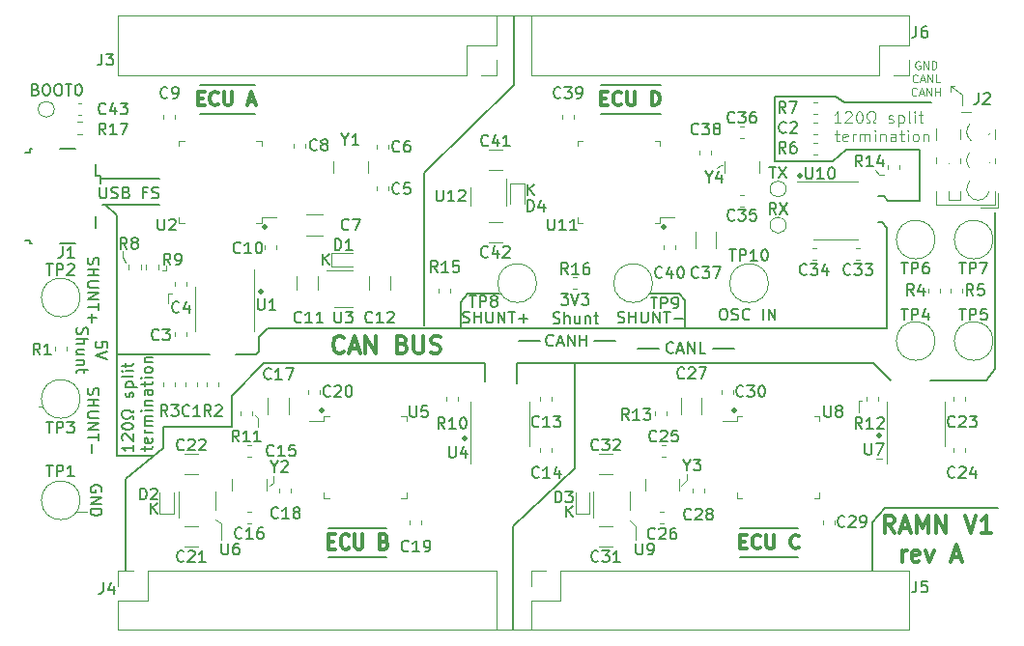
<source format=gbr>
G04 #@! TF.GenerationSoftware,KiCad,Pcbnew,(5.1.9)-1*
G04 #@! TF.CreationDate,2021-02-23T10:58:52+09:00*
G04 #@! TF.ProjectId,ramn,72616d6e-2e6b-4696-9361-645f70636258,rev?*
G04 #@! TF.SameCoordinates,Original*
G04 #@! TF.FileFunction,Legend,Top*
G04 #@! TF.FilePolarity,Positive*
%FSLAX46Y46*%
G04 Gerber Fmt 4.6, Leading zero omitted, Abs format (unit mm)*
G04 Created by KiCad (PCBNEW (5.1.9)-1) date 2021-02-23 10:58:52*
%MOMM*%
%LPD*%
G01*
G04 APERTURE LIST*
%ADD10C,0.120000*%
%ADD11C,0.500000*%
%ADD12C,0.150000*%
%ADD13C,0.200000*%
%ADD14C,0.300000*%
%ADD15C,0.125000*%
%ADD16C,0.100000*%
G04 APERTURE END LIST*
D10*
X115316000Y-82042000D02*
X115824000Y-82042000D01*
X113792000Y-76962000D02*
X113792000Y-77978000D01*
X114046000Y-76962000D02*
X113792000Y-76962000D01*
X115570000Y-57150000D02*
X115189000Y-56769000D01*
X115951000Y-57150000D02*
X115570000Y-57150000D01*
X53086000Y-65151000D02*
X53086000Y-65532000D01*
X101625400Y-56311800D02*
X101828600Y-56311800D01*
X101346000Y-56591200D02*
X101625400Y-56311800D01*
D11*
X108585000Y-57277000D02*
G75*
G03*
X108585000Y-57277000I0J0D01*
G01*
X115570000Y-80010000D02*
G75*
G03*
X115570000Y-80010000I0J0D01*
G01*
X79248000Y-80264000D02*
G75*
G03*
X79248000Y-80264000I0J0D01*
G01*
X61341000Y-67437000D02*
G75*
G03*
X61341000Y-67437000I0J0D01*
G01*
X61722000Y-61722000D02*
G75*
G03*
X61722000Y-61722000I0J0D01*
G01*
X96647000Y-61722000D02*
G75*
G03*
X96647000Y-61722000I0J0D01*
G01*
X102870000Y-77851000D02*
G75*
G03*
X102870000Y-77851000I0J0D01*
G01*
X66675000Y-77851000D02*
G75*
G03*
X66675000Y-77851000I0J0D01*
G01*
D10*
X98679000Y-83947000D02*
X98552000Y-84074000D01*
X98679000Y-83439000D02*
X98679000Y-83947000D01*
X98552000Y-84074000D02*
X98171000Y-84455000D01*
X61087000Y-78486000D02*
X61087000Y-79248000D01*
X60833000Y-78232000D02*
X61087000Y-78486000D01*
X62484000Y-84201000D02*
X62103000Y-84455000D01*
X62484000Y-83566000D02*
X62484000Y-84201000D01*
D12*
X88130095Y-87193380D02*
X88130095Y-86193380D01*
X88701523Y-87193380D02*
X88272952Y-86621952D01*
X88701523Y-86193380D02*
X88130095Y-86764809D01*
X84701095Y-58999380D02*
X84701095Y-57999380D01*
X85272523Y-58999380D02*
X84843952Y-58427952D01*
X85272523Y-57999380D02*
X84701095Y-58570809D01*
X66794095Y-65095380D02*
X66794095Y-64095380D01*
X67365523Y-65095380D02*
X66936952Y-64523952D01*
X67365523Y-64095380D02*
X66794095Y-64666809D01*
X51681095Y-86939380D02*
X51681095Y-85939380D01*
X52252523Y-86939380D02*
X51823952Y-86367952D01*
X52252523Y-85939380D02*
X51681095Y-86510809D01*
D10*
X53213000Y-67564000D02*
X53594000Y-67564000D01*
X53213000Y-67564000D02*
X53213000Y-68453000D01*
X53086000Y-65532000D02*
X52705000Y-65532000D01*
X49276000Y-64389000D02*
X49530000Y-64897000D01*
X49276000Y-64389000D02*
X49276000Y-63881000D01*
X94234000Y-88011000D02*
X93726000Y-87503000D01*
X94234000Y-89154000D02*
X94234000Y-88011000D01*
X57912000Y-87757000D02*
X57404000Y-87376000D01*
X57912000Y-89154000D02*
X57912000Y-87757000D01*
D13*
X61214000Y-71374000D02*
X61976000Y-70612000D01*
X125730000Y-74168000D02*
X125730000Y-60452000D01*
X119126000Y-59436000D02*
X119126000Y-54991000D01*
X60960000Y-72898000D02*
X59182000Y-72898000D01*
X111760000Y-50292000D02*
X112522000Y-50800000D01*
X106426000Y-50292000D02*
X111760000Y-50292000D01*
X115951000Y-59055000D02*
X116332000Y-59436000D01*
X61214000Y-72644000D02*
X60960000Y-72898000D01*
X48768000Y-60706000D02*
X47752000Y-59817000D01*
X100965000Y-72390000D02*
X102870000Y-72390000D01*
D12*
X97504380Y-72747142D02*
X97456761Y-72794761D01*
X97313904Y-72842380D01*
X97218666Y-72842380D01*
X97075809Y-72794761D01*
X96980571Y-72699523D01*
X96932952Y-72604285D01*
X96885333Y-72413809D01*
X96885333Y-72270952D01*
X96932952Y-72080476D01*
X96980571Y-71985238D01*
X97075809Y-71890000D01*
X97218666Y-71842380D01*
X97313904Y-71842380D01*
X97456761Y-71890000D01*
X97504380Y-71937619D01*
X97885333Y-72556666D02*
X98361523Y-72556666D01*
X97790095Y-72842380D02*
X98123428Y-71842380D01*
X98456761Y-72842380D01*
X98790095Y-72842380D02*
X98790095Y-71842380D01*
X99361523Y-72842380D01*
X99361523Y-71842380D01*
X100313904Y-72842380D02*
X99837714Y-72842380D01*
X99837714Y-71842380D01*
D13*
X94361000Y-72390000D02*
X96266000Y-72390000D01*
X90551000Y-71755000D02*
X92456000Y-71755000D01*
X75692000Y-57023000D02*
X83566000Y-49276000D01*
X108458000Y-90678000D02*
X103378000Y-90678000D01*
D14*
X103375142Y-89322285D02*
X103775142Y-89322285D01*
X103946571Y-89950857D02*
X103375142Y-89950857D01*
X103375142Y-88750857D01*
X103946571Y-88750857D01*
X105146571Y-89836571D02*
X105089428Y-89893714D01*
X104918000Y-89950857D01*
X104803714Y-89950857D01*
X104632285Y-89893714D01*
X104518000Y-89779428D01*
X104460857Y-89665142D01*
X104403714Y-89436571D01*
X104403714Y-89265142D01*
X104460857Y-89036571D01*
X104518000Y-88922285D01*
X104632285Y-88808000D01*
X104803714Y-88750857D01*
X104918000Y-88750857D01*
X105089428Y-88808000D01*
X105146571Y-88865142D01*
X105660857Y-88750857D02*
X105660857Y-89722285D01*
X105718000Y-89836571D01*
X105775142Y-89893714D01*
X105889428Y-89950857D01*
X106118000Y-89950857D01*
X106232285Y-89893714D01*
X106289428Y-89836571D01*
X106346571Y-89722285D01*
X106346571Y-88750857D01*
X108518000Y-89836571D02*
X108460857Y-89893714D01*
X108289428Y-89950857D01*
X108175142Y-89950857D01*
X108003714Y-89893714D01*
X107889428Y-89779428D01*
X107832285Y-89665142D01*
X107775142Y-89436571D01*
X107775142Y-89265142D01*
X107832285Y-89036571D01*
X107889428Y-88922285D01*
X108003714Y-88808000D01*
X108175142Y-88750857D01*
X108289428Y-88750857D01*
X108460857Y-88808000D01*
X108518000Y-88865142D01*
D13*
X103378000Y-88138000D02*
X108458000Y-88138000D01*
D14*
X116900000Y-88557571D02*
X116400000Y-87843285D01*
X116042857Y-88557571D02*
X116042857Y-87057571D01*
X116614285Y-87057571D01*
X116757142Y-87129000D01*
X116828571Y-87200428D01*
X116900000Y-87343285D01*
X116900000Y-87557571D01*
X116828571Y-87700428D01*
X116757142Y-87771857D01*
X116614285Y-87843285D01*
X116042857Y-87843285D01*
X117471428Y-88129000D02*
X118185714Y-88129000D01*
X117328571Y-88557571D02*
X117828571Y-87057571D01*
X118328571Y-88557571D01*
X118828571Y-88557571D02*
X118828571Y-87057571D01*
X119328571Y-88129000D01*
X119828571Y-87057571D01*
X119828571Y-88557571D01*
X120542857Y-88557571D02*
X120542857Y-87057571D01*
X121400000Y-88557571D01*
X121400000Y-87057571D01*
X123042857Y-87057571D02*
X123542857Y-88557571D01*
X124042857Y-87057571D01*
X125328571Y-88557571D02*
X124471428Y-88557571D01*
X124900000Y-88557571D02*
X124900000Y-87057571D01*
X124757142Y-87271857D01*
X124614285Y-87414714D01*
X124471428Y-87486142D01*
X117542857Y-91107571D02*
X117542857Y-90107571D01*
X117542857Y-90393285D02*
X117614285Y-90250428D01*
X117685714Y-90179000D01*
X117828571Y-90107571D01*
X117971428Y-90107571D01*
X119042857Y-91036142D02*
X118900000Y-91107571D01*
X118614285Y-91107571D01*
X118471428Y-91036142D01*
X118400000Y-90893285D01*
X118400000Y-90321857D01*
X118471428Y-90179000D01*
X118614285Y-90107571D01*
X118900000Y-90107571D01*
X119042857Y-90179000D01*
X119114285Y-90321857D01*
X119114285Y-90464714D01*
X118400000Y-90607571D01*
X119614285Y-90107571D02*
X119971428Y-91107571D01*
X120328571Y-90107571D01*
X121971428Y-90679000D02*
X122685714Y-90679000D01*
X121828571Y-91107571D02*
X122328571Y-89607571D01*
X122828571Y-91107571D01*
D10*
X121793000Y-49403000D02*
X122174000Y-49403000D01*
X121793000Y-49911000D02*
X121793000Y-49403000D01*
X121793000Y-49403000D02*
X121793000Y-49911000D01*
X122809000Y-50165000D02*
X121793000Y-49403000D01*
X122809000Y-51054000D02*
X122809000Y-50165000D01*
D13*
X83947000Y-71755000D02*
X85852000Y-71755000D01*
X115951000Y-59055000D02*
X115443000Y-59055000D01*
X115824000Y-61341000D02*
X115443000Y-61341000D01*
X116205000Y-61849000D02*
X115824000Y-61341000D01*
X116586000Y-75184000D02*
X115062000Y-73660000D01*
X125730000Y-74168000D02*
X124968000Y-75184000D01*
X88900000Y-73660000D02*
X115062000Y-73660000D01*
X83820000Y-73660000D02*
X88900000Y-73660000D01*
X83820000Y-75438000D02*
X83820000Y-73660000D01*
X81026000Y-73660000D02*
X81026000Y-75311000D01*
X114935000Y-87630000D02*
X114935000Y-91821000D01*
X116078000Y-86360000D02*
X114935000Y-87630000D01*
X116078000Y-86360000D02*
X125984000Y-86360000D01*
X116332000Y-59436000D02*
X119126000Y-59436000D01*
X96393000Y-49276000D02*
X91186000Y-49276000D01*
X91186000Y-51816000D02*
X96393000Y-51816000D01*
D14*
X91183142Y-50460285D02*
X91583142Y-50460285D01*
X91754571Y-51088857D02*
X91183142Y-51088857D01*
X91183142Y-49888857D01*
X91754571Y-49888857D01*
X92954571Y-50974571D02*
X92897428Y-51031714D01*
X92726000Y-51088857D01*
X92611714Y-51088857D01*
X92440285Y-51031714D01*
X92326000Y-50917428D01*
X92268857Y-50803142D01*
X92211714Y-50574571D01*
X92211714Y-50403142D01*
X92268857Y-50174571D01*
X92326000Y-50060285D01*
X92440285Y-49946000D01*
X92611714Y-49888857D01*
X92726000Y-49888857D01*
X92897428Y-49946000D01*
X92954571Y-50003142D01*
X93468857Y-49888857D02*
X93468857Y-50860285D01*
X93526000Y-50974571D01*
X93583142Y-51031714D01*
X93697428Y-51088857D01*
X93926000Y-51088857D01*
X94040285Y-51031714D01*
X94097428Y-50974571D01*
X94154571Y-50860285D01*
X94154571Y-49888857D01*
X95640285Y-51088857D02*
X95640285Y-49888857D01*
X95926000Y-49888857D01*
X96097428Y-49946000D01*
X96211714Y-50060285D01*
X96268857Y-50174571D01*
X96326000Y-50403142D01*
X96326000Y-50574571D01*
X96268857Y-50803142D01*
X96211714Y-50917428D01*
X96097428Y-51031714D01*
X95926000Y-51088857D01*
X95640285Y-51088857D01*
D13*
X60833000Y-51816000D02*
X56007000Y-51816000D01*
X56007000Y-49276000D02*
X60833000Y-49276000D01*
D14*
X55835857Y-50460285D02*
X56235857Y-50460285D01*
X56407285Y-51088857D02*
X55835857Y-51088857D01*
X55835857Y-49888857D01*
X56407285Y-49888857D01*
X57607285Y-50974571D02*
X57550142Y-51031714D01*
X57378714Y-51088857D01*
X57264428Y-51088857D01*
X57093000Y-51031714D01*
X56978714Y-50917428D01*
X56921571Y-50803142D01*
X56864428Y-50574571D01*
X56864428Y-50403142D01*
X56921571Y-50174571D01*
X56978714Y-50060285D01*
X57093000Y-49946000D01*
X57264428Y-49888857D01*
X57378714Y-49888857D01*
X57550142Y-49946000D01*
X57607285Y-50003142D01*
X58121571Y-49888857D02*
X58121571Y-50860285D01*
X58178714Y-50974571D01*
X58235857Y-51031714D01*
X58350142Y-51088857D01*
X58578714Y-51088857D01*
X58693000Y-51031714D01*
X58750142Y-50974571D01*
X58807285Y-50860285D01*
X58807285Y-49888857D01*
X60235857Y-50746000D02*
X60807285Y-50746000D01*
X60121571Y-51088857D02*
X60521571Y-49888857D01*
X60921571Y-51088857D01*
D13*
X98552000Y-68199000D02*
X98552000Y-70485000D01*
X98044000Y-67564000D02*
X98552000Y-68199000D01*
X95504000Y-67564000D02*
X98044000Y-67564000D01*
X78867000Y-68326000D02*
X78867000Y-70485000D01*
X79502000Y-67564000D02*
X78867000Y-68326000D01*
D10*
X45085000Y-86741000D02*
X46101000Y-86741000D01*
D12*
X47363000Y-84963095D02*
X47410619Y-84867857D01*
X47410619Y-84725000D01*
X47363000Y-84582142D01*
X47267761Y-84486904D01*
X47172523Y-84439285D01*
X46982047Y-84391666D01*
X46839190Y-84391666D01*
X46648714Y-84439285D01*
X46553476Y-84486904D01*
X46458238Y-84582142D01*
X46410619Y-84725000D01*
X46410619Y-84820238D01*
X46458238Y-84963095D01*
X46505857Y-85010714D01*
X46839190Y-85010714D01*
X46839190Y-84820238D01*
X46410619Y-85439285D02*
X47410619Y-85439285D01*
X46410619Y-86010714D01*
X47410619Y-86010714D01*
X46410619Y-86486904D02*
X47410619Y-86486904D01*
X47410619Y-86725000D01*
X47363000Y-86867857D01*
X47267761Y-86963095D01*
X47172523Y-87010714D01*
X46982047Y-87058333D01*
X46839190Y-87058333D01*
X46648714Y-87010714D01*
X46553476Y-86963095D01*
X46458238Y-86867857D01*
X46410619Y-86725000D01*
X46410619Y-86486904D01*
D13*
X48768000Y-72898000D02*
X56896000Y-72898000D01*
X48768000Y-81788000D02*
X48768000Y-60706000D01*
X51943000Y-81788000D02*
X48768000Y-81788000D01*
D10*
X83439000Y-97028000D02*
X84963000Y-97028000D01*
X83439000Y-97028000D02*
X82042000Y-97028000D01*
D13*
X52832000Y-81153000D02*
X52832000Y-79248000D01*
X49530000Y-83820000D02*
X52832000Y-81153000D01*
X49530000Y-91821000D02*
X49530000Y-83820000D01*
X82296000Y-67564000D02*
X79502000Y-67564000D01*
D12*
X46204238Y-75882857D02*
X46156619Y-76025714D01*
X46156619Y-76263809D01*
X46204238Y-76359047D01*
X46251857Y-76406666D01*
X46347095Y-76454285D01*
X46442333Y-76454285D01*
X46537571Y-76406666D01*
X46585190Y-76359047D01*
X46632809Y-76263809D01*
X46680428Y-76073333D01*
X46728047Y-75978095D01*
X46775666Y-75930476D01*
X46870904Y-75882857D01*
X46966142Y-75882857D01*
X47061380Y-75930476D01*
X47109000Y-75978095D01*
X47156619Y-76073333D01*
X47156619Y-76311428D01*
X47109000Y-76454285D01*
X46156619Y-76882857D02*
X47156619Y-76882857D01*
X46680428Y-76882857D02*
X46680428Y-77454285D01*
X46156619Y-77454285D02*
X47156619Y-77454285D01*
X47156619Y-77930476D02*
X46347095Y-77930476D01*
X46251857Y-77978095D01*
X46204238Y-78025714D01*
X46156619Y-78120952D01*
X46156619Y-78311428D01*
X46204238Y-78406666D01*
X46251857Y-78454285D01*
X46347095Y-78501904D01*
X47156619Y-78501904D01*
X46156619Y-78978095D02*
X47156619Y-78978095D01*
X46156619Y-79549523D01*
X47156619Y-79549523D01*
X47156619Y-79882857D02*
X47156619Y-80454285D01*
X46156619Y-80168571D02*
X47156619Y-80168571D01*
X46537571Y-80787619D02*
X46537571Y-81549523D01*
X46204238Y-64452857D02*
X46156619Y-64595714D01*
X46156619Y-64833809D01*
X46204238Y-64929047D01*
X46251857Y-64976666D01*
X46347095Y-65024285D01*
X46442333Y-65024285D01*
X46537571Y-64976666D01*
X46585190Y-64929047D01*
X46632809Y-64833809D01*
X46680428Y-64643333D01*
X46728047Y-64548095D01*
X46775666Y-64500476D01*
X46870904Y-64452857D01*
X46966142Y-64452857D01*
X47061380Y-64500476D01*
X47109000Y-64548095D01*
X47156619Y-64643333D01*
X47156619Y-64881428D01*
X47109000Y-65024285D01*
X46156619Y-65452857D02*
X47156619Y-65452857D01*
X46680428Y-65452857D02*
X46680428Y-66024285D01*
X46156619Y-66024285D02*
X47156619Y-66024285D01*
X47156619Y-66500476D02*
X46347095Y-66500476D01*
X46251857Y-66548095D01*
X46204238Y-66595714D01*
X46156619Y-66690952D01*
X46156619Y-66881428D01*
X46204238Y-66976666D01*
X46251857Y-67024285D01*
X46347095Y-67071904D01*
X47156619Y-67071904D01*
X46156619Y-67548095D02*
X47156619Y-67548095D01*
X46156619Y-68119523D01*
X47156619Y-68119523D01*
X47156619Y-68452857D02*
X47156619Y-69024285D01*
X46156619Y-68738571D02*
X47156619Y-68738571D01*
X46537571Y-69357619D02*
X46537571Y-70119523D01*
X46156619Y-69738571D02*
X46918523Y-69738571D01*
D10*
X41910000Y-77470000D02*
X42164000Y-77470000D01*
D12*
X47854619Y-72326523D02*
X47854619Y-71850333D01*
X47378428Y-71802714D01*
X47426047Y-71850333D01*
X47473666Y-71945571D01*
X47473666Y-72183666D01*
X47426047Y-72278904D01*
X47378428Y-72326523D01*
X47283190Y-72374142D01*
X47045095Y-72374142D01*
X46949857Y-72326523D01*
X46902238Y-72278904D01*
X46854619Y-72183666D01*
X46854619Y-71945571D01*
X46902238Y-71850333D01*
X46949857Y-71802714D01*
X47854619Y-72659857D02*
X46854619Y-72993190D01*
X47854619Y-73326523D01*
X45252238Y-70588428D02*
X45204619Y-70731285D01*
X45204619Y-70969380D01*
X45252238Y-71064619D01*
X45299857Y-71112238D01*
X45395095Y-71159857D01*
X45490333Y-71159857D01*
X45585571Y-71112238D01*
X45633190Y-71064619D01*
X45680809Y-70969380D01*
X45728428Y-70778904D01*
X45776047Y-70683666D01*
X45823666Y-70636047D01*
X45918904Y-70588428D01*
X46014142Y-70588428D01*
X46109380Y-70636047D01*
X46157000Y-70683666D01*
X46204619Y-70778904D01*
X46204619Y-71017000D01*
X46157000Y-71159857D01*
X45204619Y-71588428D02*
X46204619Y-71588428D01*
X45204619Y-72017000D02*
X45728428Y-72017000D01*
X45823666Y-71969380D01*
X45871285Y-71874142D01*
X45871285Y-71731285D01*
X45823666Y-71636047D01*
X45776047Y-71588428D01*
X45871285Y-72921761D02*
X45204619Y-72921761D01*
X45871285Y-72493190D02*
X45347476Y-72493190D01*
X45252238Y-72540809D01*
X45204619Y-72636047D01*
X45204619Y-72778904D01*
X45252238Y-72874142D01*
X45299857Y-72921761D01*
X45871285Y-73397952D02*
X45204619Y-73397952D01*
X45776047Y-73397952D02*
X45823666Y-73445571D01*
X45871285Y-73540809D01*
X45871285Y-73683666D01*
X45823666Y-73778904D01*
X45728428Y-73826523D01*
X45204619Y-73826523D01*
X45871285Y-74159857D02*
X45871285Y-74540809D01*
X46204619Y-74302714D02*
X45347476Y-74302714D01*
X45252238Y-74350333D01*
X45204619Y-74445571D01*
X45204619Y-74540809D01*
X87661904Y-67588380D02*
X88280952Y-67588380D01*
X87947619Y-67969333D01*
X88090476Y-67969333D01*
X88185714Y-68016952D01*
X88233333Y-68064571D01*
X88280952Y-68159809D01*
X88280952Y-68397904D01*
X88233333Y-68493142D01*
X88185714Y-68540761D01*
X88090476Y-68588380D01*
X87804761Y-68588380D01*
X87709523Y-68540761D01*
X87661904Y-68493142D01*
X88566666Y-67588380D02*
X88900000Y-68588380D01*
X89233333Y-67588380D01*
X89471428Y-67588380D02*
X90090476Y-67588380D01*
X89757142Y-67969333D01*
X89900000Y-67969333D01*
X89995238Y-68016952D01*
X90042857Y-68064571D01*
X90090476Y-68159809D01*
X90090476Y-68397904D01*
X90042857Y-68493142D01*
X89995238Y-68540761D01*
X89900000Y-68588380D01*
X89614285Y-68588380D01*
X89519047Y-68540761D01*
X89471428Y-68493142D01*
X86971428Y-70190761D02*
X87114285Y-70238380D01*
X87352380Y-70238380D01*
X87447619Y-70190761D01*
X87495238Y-70143142D01*
X87542857Y-70047904D01*
X87542857Y-69952666D01*
X87495238Y-69857428D01*
X87447619Y-69809809D01*
X87352380Y-69762190D01*
X87161904Y-69714571D01*
X87066666Y-69666952D01*
X87019047Y-69619333D01*
X86971428Y-69524095D01*
X86971428Y-69428857D01*
X87019047Y-69333619D01*
X87066666Y-69286000D01*
X87161904Y-69238380D01*
X87400000Y-69238380D01*
X87542857Y-69286000D01*
X87971428Y-70238380D02*
X87971428Y-69238380D01*
X88400000Y-70238380D02*
X88400000Y-69714571D01*
X88352380Y-69619333D01*
X88257142Y-69571714D01*
X88114285Y-69571714D01*
X88019047Y-69619333D01*
X87971428Y-69666952D01*
X89304761Y-69571714D02*
X89304761Y-70238380D01*
X88876190Y-69571714D02*
X88876190Y-70095523D01*
X88923809Y-70190761D01*
X89019047Y-70238380D01*
X89161904Y-70238380D01*
X89257142Y-70190761D01*
X89304761Y-70143142D01*
X89780952Y-69571714D02*
X89780952Y-70238380D01*
X89780952Y-69666952D02*
X89828571Y-69619333D01*
X89923809Y-69571714D01*
X90066666Y-69571714D01*
X90161904Y-69619333D01*
X90209523Y-69714571D01*
X90209523Y-70238380D01*
X90542857Y-69571714D02*
X90923809Y-69571714D01*
X90685714Y-69238380D02*
X90685714Y-70095523D01*
X90733333Y-70190761D01*
X90828571Y-70238380D01*
X90923809Y-70238380D01*
X79057857Y-70127761D02*
X79200714Y-70175380D01*
X79438809Y-70175380D01*
X79534047Y-70127761D01*
X79581666Y-70080142D01*
X79629285Y-69984904D01*
X79629285Y-69889666D01*
X79581666Y-69794428D01*
X79534047Y-69746809D01*
X79438809Y-69699190D01*
X79248333Y-69651571D01*
X79153095Y-69603952D01*
X79105476Y-69556333D01*
X79057857Y-69461095D01*
X79057857Y-69365857D01*
X79105476Y-69270619D01*
X79153095Y-69223000D01*
X79248333Y-69175380D01*
X79486428Y-69175380D01*
X79629285Y-69223000D01*
X80057857Y-70175380D02*
X80057857Y-69175380D01*
X80057857Y-69651571D02*
X80629285Y-69651571D01*
X80629285Y-70175380D02*
X80629285Y-69175380D01*
X81105476Y-69175380D02*
X81105476Y-69984904D01*
X81153095Y-70080142D01*
X81200714Y-70127761D01*
X81295952Y-70175380D01*
X81486428Y-70175380D01*
X81581666Y-70127761D01*
X81629285Y-70080142D01*
X81676904Y-69984904D01*
X81676904Y-69175380D01*
X82153095Y-70175380D02*
X82153095Y-69175380D01*
X82724523Y-70175380D01*
X82724523Y-69175380D01*
X83057857Y-69175380D02*
X83629285Y-69175380D01*
X83343571Y-70175380D02*
X83343571Y-69175380D01*
X83962619Y-69794428D02*
X84724523Y-69794428D01*
X84343571Y-70175380D02*
X84343571Y-69413476D01*
X92646857Y-70127761D02*
X92789714Y-70175380D01*
X93027809Y-70175380D01*
X93123047Y-70127761D01*
X93170666Y-70080142D01*
X93218285Y-69984904D01*
X93218285Y-69889666D01*
X93170666Y-69794428D01*
X93123047Y-69746809D01*
X93027809Y-69699190D01*
X92837333Y-69651571D01*
X92742095Y-69603952D01*
X92694476Y-69556333D01*
X92646857Y-69461095D01*
X92646857Y-69365857D01*
X92694476Y-69270619D01*
X92742095Y-69223000D01*
X92837333Y-69175380D01*
X93075428Y-69175380D01*
X93218285Y-69223000D01*
X93646857Y-70175380D02*
X93646857Y-69175380D01*
X93646857Y-69651571D02*
X94218285Y-69651571D01*
X94218285Y-70175380D02*
X94218285Y-69175380D01*
X94694476Y-69175380D02*
X94694476Y-69984904D01*
X94742095Y-70080142D01*
X94789714Y-70127761D01*
X94884952Y-70175380D01*
X95075428Y-70175380D01*
X95170666Y-70127761D01*
X95218285Y-70080142D01*
X95265904Y-69984904D01*
X95265904Y-69175380D01*
X95742095Y-70175380D02*
X95742095Y-69175380D01*
X96313523Y-70175380D01*
X96313523Y-69175380D01*
X96646857Y-69175380D02*
X97218285Y-69175380D01*
X96932571Y-70175380D02*
X96932571Y-69175380D01*
X97551619Y-69794428D02*
X98313523Y-69794428D01*
X101798714Y-68921380D02*
X101989190Y-68921380D01*
X102084428Y-68969000D01*
X102179666Y-69064238D01*
X102227285Y-69254714D01*
X102227285Y-69588047D01*
X102179666Y-69778523D01*
X102084428Y-69873761D01*
X101989190Y-69921380D01*
X101798714Y-69921380D01*
X101703476Y-69873761D01*
X101608238Y-69778523D01*
X101560619Y-69588047D01*
X101560619Y-69254714D01*
X101608238Y-69064238D01*
X101703476Y-68969000D01*
X101798714Y-68921380D01*
X102608238Y-69873761D02*
X102751095Y-69921380D01*
X102989190Y-69921380D01*
X103084428Y-69873761D01*
X103132047Y-69826142D01*
X103179666Y-69730904D01*
X103179666Y-69635666D01*
X103132047Y-69540428D01*
X103084428Y-69492809D01*
X102989190Y-69445190D01*
X102798714Y-69397571D01*
X102703476Y-69349952D01*
X102655857Y-69302333D01*
X102608238Y-69207095D01*
X102608238Y-69111857D01*
X102655857Y-69016619D01*
X102703476Y-68969000D01*
X102798714Y-68921380D01*
X103036809Y-68921380D01*
X103179666Y-68969000D01*
X104179666Y-69826142D02*
X104132047Y-69873761D01*
X103989190Y-69921380D01*
X103893952Y-69921380D01*
X103751095Y-69873761D01*
X103655857Y-69778523D01*
X103608238Y-69683285D01*
X103560619Y-69492809D01*
X103560619Y-69349952D01*
X103608238Y-69159476D01*
X103655857Y-69064238D01*
X103751095Y-68969000D01*
X103893952Y-68921380D01*
X103989190Y-68921380D01*
X104132047Y-68969000D01*
X104179666Y-69016619D01*
X105370142Y-69921380D02*
X105370142Y-68921380D01*
X105846333Y-69921380D02*
X105846333Y-68921380D01*
X106417761Y-69921380D01*
X106417761Y-68921380D01*
D15*
X119100666Y-47243000D02*
X119034000Y-47209666D01*
X118934000Y-47209666D01*
X118834000Y-47243000D01*
X118767333Y-47309666D01*
X118734000Y-47376333D01*
X118700666Y-47509666D01*
X118700666Y-47609666D01*
X118734000Y-47743000D01*
X118767333Y-47809666D01*
X118834000Y-47876333D01*
X118934000Y-47909666D01*
X119000666Y-47909666D01*
X119100666Y-47876333D01*
X119134000Y-47843000D01*
X119134000Y-47609666D01*
X119000666Y-47609666D01*
X119434000Y-47909666D02*
X119434000Y-47209666D01*
X119834000Y-47909666D01*
X119834000Y-47209666D01*
X120167333Y-47909666D02*
X120167333Y-47209666D01*
X120334000Y-47209666D01*
X120434000Y-47243000D01*
X120500666Y-47309666D01*
X120534000Y-47376333D01*
X120567333Y-47509666D01*
X120567333Y-47609666D01*
X120534000Y-47743000D01*
X120500666Y-47809666D01*
X120434000Y-47876333D01*
X120334000Y-47909666D01*
X120167333Y-47909666D01*
X118900666Y-49018000D02*
X118867333Y-49051333D01*
X118767333Y-49084666D01*
X118700666Y-49084666D01*
X118600666Y-49051333D01*
X118534000Y-48984666D01*
X118500666Y-48918000D01*
X118467333Y-48784666D01*
X118467333Y-48684666D01*
X118500666Y-48551333D01*
X118534000Y-48484666D01*
X118600666Y-48418000D01*
X118700666Y-48384666D01*
X118767333Y-48384666D01*
X118867333Y-48418000D01*
X118900666Y-48451333D01*
X119167333Y-48884666D02*
X119500666Y-48884666D01*
X119100666Y-49084666D02*
X119334000Y-48384666D01*
X119567333Y-49084666D01*
X119800666Y-49084666D02*
X119800666Y-48384666D01*
X120200666Y-49084666D01*
X120200666Y-48384666D01*
X120867333Y-49084666D02*
X120534000Y-49084666D01*
X120534000Y-48384666D01*
X118817333Y-50193000D02*
X118784000Y-50226333D01*
X118684000Y-50259666D01*
X118617333Y-50259666D01*
X118517333Y-50226333D01*
X118450666Y-50159666D01*
X118417333Y-50093000D01*
X118384000Y-49959666D01*
X118384000Y-49859666D01*
X118417333Y-49726333D01*
X118450666Y-49659666D01*
X118517333Y-49593000D01*
X118617333Y-49559666D01*
X118684000Y-49559666D01*
X118784000Y-49593000D01*
X118817333Y-49626333D01*
X119084000Y-50059666D02*
X119417333Y-50059666D01*
X119017333Y-50259666D02*
X119250666Y-49559666D01*
X119484000Y-50259666D01*
X119717333Y-50259666D02*
X119717333Y-49559666D01*
X120117333Y-50259666D01*
X120117333Y-49559666D01*
X120450666Y-50259666D02*
X120450666Y-49559666D01*
X120450666Y-49893000D02*
X120850666Y-49893000D01*
X120850666Y-50259666D02*
X120850666Y-49559666D01*
D12*
X86971333Y-72112142D02*
X86923714Y-72159761D01*
X86780857Y-72207380D01*
X86685619Y-72207380D01*
X86542761Y-72159761D01*
X86447523Y-72064523D01*
X86399904Y-71969285D01*
X86352285Y-71778809D01*
X86352285Y-71635952D01*
X86399904Y-71445476D01*
X86447523Y-71350238D01*
X86542761Y-71255000D01*
X86685619Y-71207380D01*
X86780857Y-71207380D01*
X86923714Y-71255000D01*
X86971333Y-71302619D01*
X87352285Y-71921666D02*
X87828476Y-71921666D01*
X87257047Y-72207380D02*
X87590380Y-71207380D01*
X87923714Y-72207380D01*
X88257047Y-72207380D02*
X88257047Y-71207380D01*
X88828476Y-72207380D01*
X88828476Y-71207380D01*
X89304666Y-72207380D02*
X89304666Y-71207380D01*
X89304666Y-71683571D02*
X89876095Y-71683571D01*
X89876095Y-72207380D02*
X89876095Y-71207380D01*
D14*
X68604285Y-72671714D02*
X68532857Y-72743142D01*
X68318571Y-72814571D01*
X68175714Y-72814571D01*
X67961428Y-72743142D01*
X67818571Y-72600285D01*
X67747142Y-72457428D01*
X67675714Y-72171714D01*
X67675714Y-71957428D01*
X67747142Y-71671714D01*
X67818571Y-71528857D01*
X67961428Y-71386000D01*
X68175714Y-71314571D01*
X68318571Y-71314571D01*
X68532857Y-71386000D01*
X68604285Y-71457428D01*
X69175714Y-72386000D02*
X69890000Y-72386000D01*
X69032857Y-72814571D02*
X69532857Y-71314571D01*
X70032857Y-72814571D01*
X70532857Y-72814571D02*
X70532857Y-71314571D01*
X71390000Y-72814571D01*
X71390000Y-71314571D01*
X73747142Y-72028857D02*
X73961428Y-72100285D01*
X74032857Y-72171714D01*
X74104285Y-72314571D01*
X74104285Y-72528857D01*
X74032857Y-72671714D01*
X73961428Y-72743142D01*
X73818571Y-72814571D01*
X73247142Y-72814571D01*
X73247142Y-71314571D01*
X73747142Y-71314571D01*
X73890000Y-71386000D01*
X73961428Y-71457428D01*
X74032857Y-71600285D01*
X74032857Y-71743142D01*
X73961428Y-71886000D01*
X73890000Y-71957428D01*
X73747142Y-72028857D01*
X73247142Y-72028857D01*
X74747142Y-71314571D02*
X74747142Y-72528857D01*
X74818571Y-72671714D01*
X74890000Y-72743142D01*
X75032857Y-72814571D01*
X75318571Y-72814571D01*
X75461428Y-72743142D01*
X75532857Y-72671714D01*
X75604285Y-72528857D01*
X75604285Y-71314571D01*
X76247142Y-72743142D02*
X76461428Y-72814571D01*
X76818571Y-72814571D01*
X76961428Y-72743142D01*
X77032857Y-72671714D01*
X77104285Y-72528857D01*
X77104285Y-72386000D01*
X77032857Y-72243142D01*
X76961428Y-72171714D01*
X76818571Y-72100285D01*
X76532857Y-72028857D01*
X76390000Y-71957428D01*
X76318571Y-71886000D01*
X76247142Y-71743142D01*
X76247142Y-71600285D01*
X76318571Y-71457428D01*
X76390000Y-71386000D01*
X76532857Y-71314571D01*
X76890000Y-71314571D01*
X77104285Y-71386000D01*
D12*
X47236380Y-58253380D02*
X47236380Y-59062904D01*
X47284000Y-59158142D01*
X47331619Y-59205761D01*
X47426857Y-59253380D01*
X47617333Y-59253380D01*
X47712571Y-59205761D01*
X47760190Y-59158142D01*
X47807809Y-59062904D01*
X47807809Y-58253380D01*
X48236380Y-59205761D02*
X48379238Y-59253380D01*
X48617333Y-59253380D01*
X48712571Y-59205761D01*
X48760190Y-59158142D01*
X48807809Y-59062904D01*
X48807809Y-58967666D01*
X48760190Y-58872428D01*
X48712571Y-58824809D01*
X48617333Y-58777190D01*
X48426857Y-58729571D01*
X48331619Y-58681952D01*
X48284000Y-58634333D01*
X48236380Y-58539095D01*
X48236380Y-58443857D01*
X48284000Y-58348619D01*
X48331619Y-58301000D01*
X48426857Y-58253380D01*
X48664952Y-58253380D01*
X48807809Y-58301000D01*
X49569714Y-58729571D02*
X49712571Y-58777190D01*
X49760190Y-58824809D01*
X49807809Y-58920047D01*
X49807809Y-59062904D01*
X49760190Y-59158142D01*
X49712571Y-59205761D01*
X49617333Y-59253380D01*
X49236380Y-59253380D01*
X49236380Y-58253380D01*
X49569714Y-58253380D01*
X49664952Y-58301000D01*
X49712571Y-58348619D01*
X49760190Y-58443857D01*
X49760190Y-58539095D01*
X49712571Y-58634333D01*
X49664952Y-58681952D01*
X49569714Y-58729571D01*
X49236380Y-58729571D01*
X51331619Y-58729571D02*
X50998285Y-58729571D01*
X50998285Y-59253380D02*
X50998285Y-58253380D01*
X51474476Y-58253380D01*
X51807809Y-59205761D02*
X51950666Y-59253380D01*
X52188761Y-59253380D01*
X52284000Y-59205761D01*
X52331619Y-59158142D01*
X52379238Y-59062904D01*
X52379238Y-58967666D01*
X52331619Y-58872428D01*
X52284000Y-58824809D01*
X52188761Y-58777190D01*
X51998285Y-58729571D01*
X51903047Y-58681952D01*
X51855428Y-58634333D01*
X51807809Y-58539095D01*
X51807809Y-58443857D01*
X51855428Y-58348619D01*
X51903047Y-58301000D01*
X51998285Y-58253380D01*
X52236380Y-58253380D01*
X52379238Y-58301000D01*
D13*
X52451000Y-59817000D02*
X47498000Y-59817000D01*
X52451000Y-57531000D02*
X47371000Y-57531000D01*
X72390000Y-90678000D02*
X67310000Y-90678000D01*
X67310000Y-88138000D02*
X72390000Y-88138000D01*
D14*
X67307142Y-89315142D02*
X67707142Y-89315142D01*
X67878571Y-89996095D02*
X67307142Y-89996095D01*
X67307142Y-88696095D01*
X67878571Y-88696095D01*
X69078571Y-89872285D02*
X69021428Y-89934190D01*
X68850000Y-89996095D01*
X68735714Y-89996095D01*
X68564285Y-89934190D01*
X68450000Y-89810380D01*
X68392857Y-89686571D01*
X68335714Y-89438952D01*
X68335714Y-89253238D01*
X68392857Y-89005619D01*
X68450000Y-88881809D01*
X68564285Y-88758000D01*
X68735714Y-88696095D01*
X68850000Y-88696095D01*
X69021428Y-88758000D01*
X69078571Y-88819904D01*
X69592857Y-88696095D02*
X69592857Y-89748476D01*
X69650000Y-89872285D01*
X69707142Y-89934190D01*
X69821428Y-89996095D01*
X70050000Y-89996095D01*
X70164285Y-89934190D01*
X70221428Y-89872285D01*
X70278571Y-89748476D01*
X70278571Y-88696095D01*
X72164285Y-89315142D02*
X72335714Y-89377047D01*
X72392857Y-89438952D01*
X72450000Y-89562761D01*
X72450000Y-89748476D01*
X72392857Y-89872285D01*
X72335714Y-89934190D01*
X72221428Y-89996095D01*
X71764285Y-89996095D01*
X71764285Y-88696095D01*
X72164285Y-88696095D01*
X72278571Y-88758000D01*
X72335714Y-88819904D01*
X72392857Y-88943714D01*
X72392857Y-89067523D01*
X72335714Y-89191333D01*
X72278571Y-89253238D01*
X72164285Y-89315142D01*
X71764285Y-89315142D01*
D15*
X112181142Y-52624280D02*
X111609714Y-52624280D01*
X111895428Y-52624280D02*
X111895428Y-51624280D01*
X111800190Y-51767138D01*
X111704952Y-51862376D01*
X111609714Y-51909995D01*
X112562095Y-51719519D02*
X112609714Y-51671900D01*
X112704952Y-51624280D01*
X112943047Y-51624280D01*
X113038285Y-51671900D01*
X113085904Y-51719519D01*
X113133523Y-51814757D01*
X113133523Y-51909995D01*
X113085904Y-52052852D01*
X112514476Y-52624280D01*
X113133523Y-52624280D01*
X113752571Y-51624280D02*
X113847809Y-51624280D01*
X113943047Y-51671900D01*
X113990666Y-51719519D01*
X114038285Y-51814757D01*
X114085904Y-52005233D01*
X114085904Y-52243328D01*
X114038285Y-52433804D01*
X113990666Y-52529042D01*
X113943047Y-52576661D01*
X113847809Y-52624280D01*
X113752571Y-52624280D01*
X113657333Y-52576661D01*
X113609714Y-52529042D01*
X113562095Y-52433804D01*
X113514476Y-52243328D01*
X113514476Y-52005233D01*
X113562095Y-51814757D01*
X113609714Y-51719519D01*
X113657333Y-51671900D01*
X113752571Y-51624280D01*
X114466857Y-52624280D02*
X114704952Y-52624280D01*
X114704952Y-52433804D01*
X114609714Y-52386185D01*
X114514476Y-52290947D01*
X114466857Y-52148090D01*
X114466857Y-51909995D01*
X114514476Y-51767138D01*
X114609714Y-51671900D01*
X114752571Y-51624280D01*
X114943047Y-51624280D01*
X115085904Y-51671900D01*
X115181142Y-51767138D01*
X115228761Y-51909995D01*
X115228761Y-52148090D01*
X115181142Y-52290947D01*
X115085904Y-52386185D01*
X114990666Y-52433804D01*
X114990666Y-52624280D01*
X115228761Y-52624280D01*
X116371619Y-52576661D02*
X116466857Y-52624280D01*
X116657333Y-52624280D01*
X116752571Y-52576661D01*
X116800190Y-52481423D01*
X116800190Y-52433804D01*
X116752571Y-52338566D01*
X116657333Y-52290947D01*
X116514476Y-52290947D01*
X116419238Y-52243328D01*
X116371619Y-52148090D01*
X116371619Y-52100471D01*
X116419238Y-52005233D01*
X116514476Y-51957614D01*
X116657333Y-51957614D01*
X116752571Y-52005233D01*
X117228761Y-51957614D02*
X117228761Y-52957614D01*
X117228761Y-52005233D02*
X117324000Y-51957614D01*
X117514476Y-51957614D01*
X117609714Y-52005233D01*
X117657333Y-52052852D01*
X117704952Y-52148090D01*
X117704952Y-52433804D01*
X117657333Y-52529042D01*
X117609714Y-52576661D01*
X117514476Y-52624280D01*
X117324000Y-52624280D01*
X117228761Y-52576661D01*
X118276380Y-52624280D02*
X118181142Y-52576661D01*
X118133523Y-52481423D01*
X118133523Y-51624280D01*
X118657333Y-52624280D02*
X118657333Y-51957614D01*
X118657333Y-51624280D02*
X118609714Y-51671900D01*
X118657333Y-51719519D01*
X118704952Y-51671900D01*
X118657333Y-51624280D01*
X118657333Y-51719519D01*
X118990666Y-51957614D02*
X119371619Y-51957614D01*
X119133523Y-51624280D02*
X119133523Y-52481423D01*
X119181142Y-52576661D01*
X119276380Y-52624280D01*
X119371619Y-52624280D01*
X111657333Y-53582614D02*
X112038285Y-53582614D01*
X111800190Y-53249280D02*
X111800190Y-54106423D01*
X111847809Y-54201661D01*
X111943047Y-54249280D01*
X112038285Y-54249280D01*
X112752571Y-54201661D02*
X112657333Y-54249280D01*
X112466857Y-54249280D01*
X112371619Y-54201661D01*
X112324000Y-54106423D01*
X112324000Y-53725471D01*
X112371619Y-53630233D01*
X112466857Y-53582614D01*
X112657333Y-53582614D01*
X112752571Y-53630233D01*
X112800190Y-53725471D01*
X112800190Y-53820709D01*
X112324000Y-53915947D01*
X113228761Y-54249280D02*
X113228761Y-53582614D01*
X113228761Y-53773090D02*
X113276380Y-53677852D01*
X113324000Y-53630233D01*
X113419238Y-53582614D01*
X113514476Y-53582614D01*
X113847809Y-54249280D02*
X113847809Y-53582614D01*
X113847809Y-53677852D02*
X113895428Y-53630233D01*
X113990666Y-53582614D01*
X114133523Y-53582614D01*
X114228761Y-53630233D01*
X114276380Y-53725471D01*
X114276380Y-54249280D01*
X114276380Y-53725471D02*
X114324000Y-53630233D01*
X114419238Y-53582614D01*
X114562095Y-53582614D01*
X114657333Y-53630233D01*
X114704952Y-53725471D01*
X114704952Y-54249280D01*
X115181142Y-54249280D02*
X115181142Y-53582614D01*
X115181142Y-53249280D02*
X115133523Y-53296900D01*
X115181142Y-53344519D01*
X115228761Y-53296900D01*
X115181142Y-53249280D01*
X115181142Y-53344519D01*
X115657333Y-53582614D02*
X115657333Y-54249280D01*
X115657333Y-53677852D02*
X115704952Y-53630233D01*
X115800190Y-53582614D01*
X115943047Y-53582614D01*
X116038285Y-53630233D01*
X116085904Y-53725471D01*
X116085904Y-54249280D01*
X116990666Y-54249280D02*
X116990666Y-53725471D01*
X116943047Y-53630233D01*
X116847809Y-53582614D01*
X116657333Y-53582614D01*
X116562095Y-53630233D01*
X116990666Y-54201661D02*
X116895428Y-54249280D01*
X116657333Y-54249280D01*
X116562095Y-54201661D01*
X116514476Y-54106423D01*
X116514476Y-54011185D01*
X116562095Y-53915947D01*
X116657333Y-53868328D01*
X116895428Y-53868328D01*
X116990666Y-53820709D01*
X117324000Y-53582614D02*
X117704952Y-53582614D01*
X117466857Y-53249280D02*
X117466857Y-54106423D01*
X117514476Y-54201661D01*
X117609714Y-54249280D01*
X117704952Y-54249280D01*
X118038285Y-54249280D02*
X118038285Y-53582614D01*
X118038285Y-53249280D02*
X117990666Y-53296900D01*
X118038285Y-53344519D01*
X118085904Y-53296900D01*
X118038285Y-53249280D01*
X118038285Y-53344519D01*
X118657333Y-54249280D02*
X118562095Y-54201661D01*
X118514476Y-54154042D01*
X118466857Y-54058804D01*
X118466857Y-53773090D01*
X118514476Y-53677852D01*
X118562095Y-53630233D01*
X118657333Y-53582614D01*
X118800190Y-53582614D01*
X118895428Y-53630233D01*
X118943047Y-53677852D01*
X118990666Y-53773090D01*
X118990666Y-54058804D01*
X118943047Y-54154042D01*
X118895428Y-54201661D01*
X118800190Y-54249280D01*
X118657333Y-54249280D01*
X119419238Y-53582614D02*
X119419238Y-54249280D01*
X119419238Y-53677852D02*
X119466857Y-53630233D01*
X119562095Y-53582614D01*
X119704952Y-53582614D01*
X119800190Y-53630233D01*
X119847809Y-53725471D01*
X119847809Y-54249280D01*
D12*
X50173380Y-80858857D02*
X50173380Y-81430285D01*
X50173380Y-81144571D02*
X49173380Y-81144571D01*
X49316238Y-81239809D01*
X49411476Y-81335047D01*
X49459095Y-81430285D01*
X49268619Y-80477904D02*
X49221000Y-80430285D01*
X49173380Y-80335047D01*
X49173380Y-80096952D01*
X49221000Y-80001714D01*
X49268619Y-79954095D01*
X49363857Y-79906476D01*
X49459095Y-79906476D01*
X49601952Y-79954095D01*
X50173380Y-80525523D01*
X50173380Y-79906476D01*
X49173380Y-79287428D02*
X49173380Y-79192190D01*
X49221000Y-79096952D01*
X49268619Y-79049333D01*
X49363857Y-79001714D01*
X49554333Y-78954095D01*
X49792428Y-78954095D01*
X49982904Y-79001714D01*
X50078142Y-79049333D01*
X50125761Y-79096952D01*
X50173380Y-79192190D01*
X50173380Y-79287428D01*
X50125761Y-79382666D01*
X50078142Y-79430285D01*
X49982904Y-79477904D01*
X49792428Y-79525523D01*
X49554333Y-79525523D01*
X49363857Y-79477904D01*
X49268619Y-79430285D01*
X49221000Y-79382666D01*
X49173380Y-79287428D01*
X50173380Y-78573142D02*
X50173380Y-78335047D01*
X49982904Y-78335047D01*
X49935285Y-78430285D01*
X49840047Y-78525523D01*
X49697190Y-78573142D01*
X49459095Y-78573142D01*
X49316238Y-78525523D01*
X49221000Y-78430285D01*
X49173380Y-78287428D01*
X49173380Y-78096952D01*
X49221000Y-77954095D01*
X49316238Y-77858857D01*
X49459095Y-77811238D01*
X49697190Y-77811238D01*
X49840047Y-77858857D01*
X49935285Y-77954095D01*
X49982904Y-78049333D01*
X50173380Y-78049333D01*
X50173380Y-77811238D01*
X50125761Y-76668380D02*
X50173380Y-76573142D01*
X50173380Y-76382666D01*
X50125761Y-76287428D01*
X50030523Y-76239809D01*
X49982904Y-76239809D01*
X49887666Y-76287428D01*
X49840047Y-76382666D01*
X49840047Y-76525523D01*
X49792428Y-76620761D01*
X49697190Y-76668380D01*
X49649571Y-76668380D01*
X49554333Y-76620761D01*
X49506714Y-76525523D01*
X49506714Y-76382666D01*
X49554333Y-76287428D01*
X49506714Y-75811238D02*
X50506714Y-75811238D01*
X49554333Y-75811238D02*
X49506714Y-75716000D01*
X49506714Y-75525523D01*
X49554333Y-75430285D01*
X49601952Y-75382666D01*
X49697190Y-75335047D01*
X49982904Y-75335047D01*
X50078142Y-75382666D01*
X50125761Y-75430285D01*
X50173380Y-75525523D01*
X50173380Y-75716000D01*
X50125761Y-75811238D01*
X50173380Y-74763619D02*
X50125761Y-74858857D01*
X50030523Y-74906476D01*
X49173380Y-74906476D01*
X50173380Y-74382666D02*
X49506714Y-74382666D01*
X49173380Y-74382666D02*
X49221000Y-74430285D01*
X49268619Y-74382666D01*
X49221000Y-74335047D01*
X49173380Y-74382666D01*
X49268619Y-74382666D01*
X49506714Y-74049333D02*
X49506714Y-73668380D01*
X49173380Y-73906476D02*
X50030523Y-73906476D01*
X50125761Y-73858857D01*
X50173380Y-73763619D01*
X50173380Y-73668380D01*
X51156714Y-81382666D02*
X51156714Y-81001714D01*
X50823380Y-81239809D02*
X51680523Y-81239809D01*
X51775761Y-81192190D01*
X51823380Y-81096952D01*
X51823380Y-81001714D01*
X51775761Y-80287428D02*
X51823380Y-80382666D01*
X51823380Y-80573142D01*
X51775761Y-80668380D01*
X51680523Y-80716000D01*
X51299571Y-80716000D01*
X51204333Y-80668380D01*
X51156714Y-80573142D01*
X51156714Y-80382666D01*
X51204333Y-80287428D01*
X51299571Y-80239809D01*
X51394809Y-80239809D01*
X51490047Y-80716000D01*
X51823380Y-79811238D02*
X51156714Y-79811238D01*
X51347190Y-79811238D02*
X51251952Y-79763619D01*
X51204333Y-79716000D01*
X51156714Y-79620761D01*
X51156714Y-79525523D01*
X51823380Y-79192190D02*
X51156714Y-79192190D01*
X51251952Y-79192190D02*
X51204333Y-79144571D01*
X51156714Y-79049333D01*
X51156714Y-78906476D01*
X51204333Y-78811238D01*
X51299571Y-78763619D01*
X51823380Y-78763619D01*
X51299571Y-78763619D02*
X51204333Y-78716000D01*
X51156714Y-78620761D01*
X51156714Y-78477904D01*
X51204333Y-78382666D01*
X51299571Y-78335047D01*
X51823380Y-78335047D01*
X51823380Y-77858857D02*
X51156714Y-77858857D01*
X50823380Y-77858857D02*
X50871000Y-77906476D01*
X50918619Y-77858857D01*
X50871000Y-77811238D01*
X50823380Y-77858857D01*
X50918619Y-77858857D01*
X51156714Y-77382666D02*
X51823380Y-77382666D01*
X51251952Y-77382666D02*
X51204333Y-77335047D01*
X51156714Y-77239809D01*
X51156714Y-77096952D01*
X51204333Y-77001714D01*
X51299571Y-76954095D01*
X51823380Y-76954095D01*
X51823380Y-76049333D02*
X51299571Y-76049333D01*
X51204333Y-76096952D01*
X51156714Y-76192190D01*
X51156714Y-76382666D01*
X51204333Y-76477904D01*
X51775761Y-76049333D02*
X51823380Y-76144571D01*
X51823380Y-76382666D01*
X51775761Y-76477904D01*
X51680523Y-76525523D01*
X51585285Y-76525523D01*
X51490047Y-76477904D01*
X51442428Y-76382666D01*
X51442428Y-76144571D01*
X51394809Y-76049333D01*
X51156714Y-75716000D02*
X51156714Y-75335047D01*
X50823380Y-75573142D02*
X51680523Y-75573142D01*
X51775761Y-75525523D01*
X51823380Y-75430285D01*
X51823380Y-75335047D01*
X51823380Y-75001714D02*
X51156714Y-75001714D01*
X50823380Y-75001714D02*
X50871000Y-75049333D01*
X50918619Y-75001714D01*
X50871000Y-74954095D01*
X50823380Y-75001714D01*
X50918619Y-75001714D01*
X51823380Y-74382666D02*
X51775761Y-74477904D01*
X51728142Y-74525523D01*
X51632904Y-74573142D01*
X51347190Y-74573142D01*
X51251952Y-74525523D01*
X51204333Y-74477904D01*
X51156714Y-74382666D01*
X51156714Y-74239809D01*
X51204333Y-74144571D01*
X51251952Y-74096952D01*
X51347190Y-74049333D01*
X51632904Y-74049333D01*
X51728142Y-74096952D01*
X51775761Y-74144571D01*
X51823380Y-74239809D01*
X51823380Y-74382666D01*
X51156714Y-73620761D02*
X51823380Y-73620761D01*
X51251952Y-73620761D02*
X51204333Y-73573142D01*
X51156714Y-73477904D01*
X51156714Y-73335047D01*
X51204333Y-73239809D01*
X51299571Y-73192190D01*
X51823380Y-73192190D01*
D13*
X106426000Y-50292000D02*
X106426000Y-56007000D01*
X120142000Y-50800000D02*
X112522000Y-50800000D01*
X111506000Y-56007000D02*
X112649000Y-54991000D01*
X106426000Y-56007000D02*
X111506000Y-56007000D01*
D10*
X81975000Y-43247000D02*
X85030000Y-43247000D01*
D13*
X83566000Y-49276000D02*
X83566000Y-43307000D01*
X75692000Y-70358000D02*
X75692000Y-57023000D01*
X58801000Y-79248000D02*
X52832000Y-79248000D01*
X58801000Y-76581000D02*
X58801000Y-79248000D01*
X61595000Y-73660000D02*
X58801000Y-76581000D01*
X88900000Y-82931000D02*
X88900000Y-73660000D01*
X83439000Y-88011000D02*
X88900000Y-82931000D01*
X83439000Y-97028000D02*
X83439000Y-88011000D01*
X112649000Y-54991000D02*
X119126000Y-54991000D01*
X120015000Y-75184000D02*
X124968000Y-75184000D01*
X116205000Y-70612000D02*
X116205000Y-61849000D01*
X61214000Y-71374000D02*
X61214000Y-72644000D01*
X81026000Y-73660000D02*
X61595000Y-73660000D01*
X61976000Y-70612000D02*
X116205000Y-70612000D01*
D10*
X45228742Y-53608500D02*
X45703258Y-53608500D01*
X45228742Y-52563500D02*
X45703258Y-52563500D01*
X45325420Y-51945000D02*
X45606580Y-51945000D01*
X45325420Y-50925000D02*
X45606580Y-50925000D01*
X84420000Y-57905000D02*
X83220000Y-57905000D01*
X84420000Y-59755000D02*
X84420000Y-57905000D01*
X83220000Y-59755000D02*
X83220000Y-57905000D01*
X88935000Y-86875000D02*
X90135000Y-86875000D01*
X88935000Y-85025000D02*
X88935000Y-86875000D01*
X90135000Y-85025000D02*
X90135000Y-86875000D01*
X52486000Y-86875000D02*
X53686000Y-86875000D01*
X52486000Y-85025000D02*
X52486000Y-86875000D01*
X53686000Y-85025000D02*
X53686000Y-86875000D01*
X67557000Y-64043000D02*
X67557000Y-65243000D01*
X69407000Y-64043000D02*
X67557000Y-64043000D01*
X69407000Y-65243000D02*
X67557000Y-65243000D01*
X101240000Y-62153748D02*
X101240000Y-63576252D01*
X99420000Y-62153748D02*
X99420000Y-63576252D01*
X98150000Y-78181252D02*
X98150000Y-76758748D01*
X99970000Y-78181252D02*
X99970000Y-76758748D01*
X61955000Y-78181252D02*
X61955000Y-76758748D01*
X63775000Y-78181252D02*
X63775000Y-76758748D01*
X65328748Y-60685000D02*
X66751252Y-60685000D01*
X65328748Y-62505000D02*
X66751252Y-62505000D01*
X49769500Y-65040742D02*
X49769500Y-65515258D01*
X50814500Y-65040742D02*
X50814500Y-65515258D01*
X51293500Y-65515258D02*
X51293500Y-65040742D01*
X52338500Y-65515258D02*
X52338500Y-65040742D01*
X125914000Y-60054000D02*
X125914000Y-58804000D01*
X124424000Y-60054000D02*
X125914000Y-60054000D01*
X122614000Y-54068000D02*
X122614000Y-53239000D01*
X122614000Y-56164000D02*
X122614000Y-55739000D01*
X121614000Y-56164000D02*
X121614000Y-56159000D01*
X121614000Y-59404000D02*
X122614000Y-59404000D01*
X122614000Y-59404000D02*
X122614000Y-58644000D01*
X121614000Y-59404000D02*
X121614000Y-58644000D01*
X122714000Y-51694000D02*
X123614000Y-51694000D01*
X120554000Y-59814000D02*
X125675000Y-59814000D01*
X125675000Y-54068000D02*
X125675000Y-53239000D01*
X125675000Y-56164000D02*
X125675000Y-55739000D01*
X125675000Y-59814000D02*
X125675000Y-58644000D01*
X120554000Y-54166000D02*
X120554000Y-53141000D01*
X120554000Y-56164000D02*
X120554000Y-55641000D01*
X120554000Y-59814000D02*
X120554000Y-58644000D01*
X125202617Y-53560270D02*
G75*
G02*
X125166000Y-53713000I-988617J156270D01*
G01*
X123625302Y-54213389D02*
G75*
G02*
X123459000Y-52747000I588698J809389D01*
G01*
X125202343Y-56059712D02*
G75*
G02*
X125176000Y-56179000I-988343J155712D01*
G01*
X123481680Y-56586189D02*
G75*
G02*
X123459000Y-55247000I732320J682189D01*
G01*
X125188931Y-58628629D02*
G75*
G02*
X123482000Y-57722000I-974931J224629D01*
G01*
X76960000Y-67147221D02*
X76960000Y-67472779D01*
X77980000Y-67147221D02*
X77980000Y-67472779D01*
X96903000Y-78267779D02*
X96903000Y-77942221D01*
X95883000Y-78267779D02*
X95883000Y-77942221D01*
X59561000Y-78267779D02*
X59561000Y-77942221D01*
X60581000Y-78267779D02*
X60581000Y-77942221D01*
X74420000Y-87467221D02*
X74420000Y-87792779D01*
X75440000Y-87467221D02*
X75440000Y-87792779D01*
X73645000Y-85525000D02*
X74095000Y-85525000D01*
X74095000Y-85525000D02*
X74095000Y-85075000D01*
X67325000Y-85525000D02*
X66875000Y-85525000D01*
X66875000Y-85525000D02*
X66875000Y-85075000D01*
X73645000Y-78305000D02*
X74095000Y-78305000D01*
X74095000Y-78305000D02*
X74095000Y-78755000D01*
X67325000Y-78305000D02*
X66875000Y-78305000D01*
X66875000Y-78305000D02*
X66875000Y-78755000D01*
X66875000Y-78755000D02*
X65585000Y-78755000D01*
X45515000Y-85725000D02*
G75*
G03*
X45515000Y-85725000I-1700000J0D01*
G01*
X85030000Y-97088000D02*
X85030000Y-94488000D01*
X85030000Y-97088000D02*
X118170000Y-97088000D01*
X118170000Y-97088000D02*
X118170000Y-91888000D01*
X87630000Y-91888000D02*
X118170000Y-91888000D01*
X87630000Y-94488000D02*
X87630000Y-91888000D01*
X85030000Y-94488000D02*
X87630000Y-94488000D01*
X85030000Y-91888000D02*
X86360000Y-91888000D01*
X85030000Y-93218000D02*
X85030000Y-91888000D01*
X48835000Y-97088000D02*
X48835000Y-94488000D01*
X48835000Y-97088000D02*
X81975000Y-97088000D01*
X81975000Y-97088000D02*
X81975000Y-91888000D01*
X51435000Y-91888000D02*
X81975000Y-91888000D01*
X51435000Y-94488000D02*
X51435000Y-91888000D01*
X48835000Y-94488000D02*
X51435000Y-94488000D01*
X48835000Y-91888000D02*
X50165000Y-91888000D01*
X48835000Y-93218000D02*
X48835000Y-91888000D01*
X118170000Y-43247000D02*
X118170000Y-45847000D01*
X118170000Y-43247000D02*
X85030000Y-43247000D01*
X85030000Y-43247000D02*
X85030000Y-48447000D01*
X115570000Y-48447000D02*
X85030000Y-48447000D01*
X115570000Y-45847000D02*
X115570000Y-48447000D01*
X118170000Y-45847000D02*
X115570000Y-45847000D01*
X118170000Y-48447000D02*
X116840000Y-48447000D01*
X118170000Y-47117000D02*
X118170000Y-48447000D01*
X81975000Y-47117000D02*
X81975000Y-48447000D01*
X81975000Y-48447000D02*
X80645000Y-48447000D01*
X81975000Y-45847000D02*
X79375000Y-45847000D01*
X79375000Y-45847000D02*
X79375000Y-48447000D01*
X79375000Y-48447000D02*
X48835000Y-48447000D01*
X48835000Y-43247000D02*
X48835000Y-48447000D01*
X81975000Y-43247000D02*
X48835000Y-43247000D01*
X81975000Y-43247000D02*
X81975000Y-45847000D01*
D16*
X102005000Y-56515000D02*
X102005000Y-57015000D01*
X102005000Y-56515000D02*
X102005000Y-56015000D01*
X105005000Y-56515000D02*
X105005000Y-56015000D01*
X105005000Y-57015000D02*
X105005000Y-56515000D01*
X98020000Y-84328000D02*
X98020000Y-83828000D01*
X98020000Y-84328000D02*
X98020000Y-84828000D01*
X95020000Y-84328000D02*
X95020000Y-84828000D01*
X95020000Y-83828000D02*
X95020000Y-84328000D01*
X58825000Y-83828000D02*
X58825000Y-84328000D01*
X58825000Y-84328000D02*
X58825000Y-84828000D01*
X61825000Y-84328000D02*
X61825000Y-84828000D01*
X61825000Y-84328000D02*
X61825000Y-83828000D01*
X70715000Y-57015000D02*
X70715000Y-56515000D01*
X70715000Y-56515000D02*
X70715000Y-56015000D01*
X67715000Y-56515000D02*
X67715000Y-56015000D01*
X67715000Y-56515000D02*
X67715000Y-57015000D01*
D10*
X107380000Y-61595000D02*
G75*
G03*
X107380000Y-61595000I-700000J0D01*
G01*
X107380000Y-58420000D02*
G75*
G03*
X107380000Y-58420000I-700000J0D01*
G01*
X103070000Y-78755000D02*
X101780000Y-78755000D01*
X103070000Y-78305000D02*
X103070000Y-78755000D01*
X103520000Y-78305000D02*
X103070000Y-78305000D01*
X110290000Y-78305000D02*
X110290000Y-78755000D01*
X109840000Y-78305000D02*
X110290000Y-78305000D01*
X103070000Y-85525000D02*
X103070000Y-85075000D01*
X103520000Y-85525000D02*
X103070000Y-85525000D01*
X110290000Y-85525000D02*
X110290000Y-85075000D01*
X109840000Y-85525000D02*
X110290000Y-85525000D01*
X55606000Y-68961000D02*
X55606000Y-70911000D01*
X55606000Y-68961000D02*
X55606000Y-67011000D01*
X60726000Y-68961000D02*
X60726000Y-70911000D01*
X60726000Y-68961000D02*
X60726000Y-65511000D01*
X61395000Y-60945000D02*
X62685000Y-60945000D01*
X61395000Y-61395000D02*
X61395000Y-60945000D01*
X60945000Y-61395000D02*
X61395000Y-61395000D01*
X54175000Y-61395000D02*
X54175000Y-60945000D01*
X54625000Y-61395000D02*
X54175000Y-61395000D01*
X61395000Y-54175000D02*
X61395000Y-54625000D01*
X60945000Y-54175000D02*
X61395000Y-54175000D01*
X54175000Y-54175000D02*
X54175000Y-54625000D01*
X54625000Y-54175000D02*
X54175000Y-54175000D01*
X105840000Y-66675000D02*
G75*
G03*
X105840000Y-66675000I-1700000J0D01*
G01*
X125525000Y-62865000D02*
G75*
G03*
X125525000Y-62865000I-1700000J0D01*
G01*
X120445000Y-62865000D02*
G75*
G03*
X120445000Y-62865000I-1700000J0D01*
G01*
X125525000Y-71755000D02*
G75*
G03*
X125525000Y-71755000I-1700000J0D01*
G01*
X120445000Y-71755000D02*
G75*
G03*
X120445000Y-71755000I-1700000J0D01*
G01*
X95680000Y-66675000D02*
G75*
G03*
X95680000Y-66675000I-1700000J0D01*
G01*
X85520000Y-66675000D02*
G75*
G03*
X85520000Y-66675000I-1700000J0D01*
G01*
X45515000Y-76835000D02*
G75*
G03*
X45515000Y-76835000I-1700000J0D01*
G01*
X45515000Y-67945000D02*
G75*
G03*
X45515000Y-67945000I-1700000J0D01*
G01*
X89062779Y-66165000D02*
X88737221Y-66165000D01*
X89062779Y-67185000D02*
X88737221Y-67185000D01*
X82880000Y-59855000D02*
X82880000Y-57555000D01*
X79680000Y-58255000D02*
X79680000Y-59855000D01*
X96320000Y-60945000D02*
X97610000Y-60945000D01*
X96320000Y-61395000D02*
X96320000Y-60945000D01*
X95870000Y-61395000D02*
X96320000Y-61395000D01*
X89100000Y-61395000D02*
X89100000Y-60945000D01*
X89550000Y-61395000D02*
X89100000Y-61395000D01*
X96320000Y-54175000D02*
X96320000Y-54625000D01*
X95870000Y-54175000D02*
X96320000Y-54175000D01*
X89100000Y-54175000D02*
X89100000Y-54625000D01*
X89550000Y-54175000D02*
X89100000Y-54175000D01*
X111760000Y-57765000D02*
X108310000Y-57765000D01*
X111760000Y-57765000D02*
X113710000Y-57765000D01*
X111760000Y-62885000D02*
X109810000Y-62885000D01*
X111760000Y-62885000D02*
X113710000Y-62885000D01*
X117350000Y-56677779D02*
X117350000Y-56352221D01*
X116330000Y-56677779D02*
X116330000Y-56352221D01*
X82517064Y-61320000D02*
X81312936Y-61320000D01*
X82517064Y-63140000D02*
X81312936Y-63140000D01*
X82517064Y-56790000D02*
X81312936Y-56790000D01*
X82517064Y-54970000D02*
X81312936Y-54970000D01*
X96645000Y-63337221D02*
X96645000Y-63662779D01*
X97665000Y-63337221D02*
X97665000Y-63662779D01*
X88775000Y-52232779D02*
X88775000Y-51907221D01*
X87755000Y-52232779D02*
X87755000Y-51907221D01*
X100840000Y-55407779D02*
X100840000Y-55082221D01*
X99820000Y-55407779D02*
X99820000Y-55082221D01*
X103342221Y-53977000D02*
X103667779Y-53977000D01*
X103342221Y-52957000D02*
X103667779Y-52957000D01*
X103342221Y-59946000D02*
X103667779Y-59946000D01*
X103342221Y-58926000D02*
X103667779Y-58926000D01*
X110017779Y-63625000D02*
X109692221Y-63625000D01*
X110017779Y-64645000D02*
X109692221Y-64645000D01*
X113827779Y-63625000D02*
X113502221Y-63625000D01*
X113827779Y-64645000D02*
X113502221Y-64645000D01*
X90475000Y-84925000D02*
X90475000Y-87225000D01*
X93675000Y-86525000D02*
X93675000Y-84925000D01*
X116185000Y-79060000D02*
X116185000Y-82510000D01*
X116185000Y-79060000D02*
X116185000Y-77110000D01*
X121305000Y-79060000D02*
X121305000Y-81010000D01*
X121305000Y-79060000D02*
X121305000Y-77110000D01*
X114425000Y-76672221D02*
X114425000Y-76997779D01*
X115445000Y-76672221D02*
X115445000Y-76997779D01*
X90964936Y-83460000D02*
X92169064Y-83460000D01*
X90964936Y-81640000D02*
X92169064Y-81640000D01*
X90964936Y-89810000D02*
X92169064Y-89810000D01*
X90964936Y-87990000D02*
X92169064Y-87990000D01*
X102745000Y-76362779D02*
X102745000Y-76037221D01*
X101725000Y-76362779D02*
X101725000Y-76037221D01*
X110615000Y-87467221D02*
X110615000Y-87792779D01*
X111635000Y-87467221D02*
X111635000Y-87792779D01*
X99185000Y-84673221D02*
X99185000Y-84998779D01*
X100205000Y-84673221D02*
X100205000Y-84998779D01*
X96682779Y-86739000D02*
X96357221Y-86739000D01*
X96682779Y-87759000D02*
X96357221Y-87759000D01*
X96835279Y-80897000D02*
X96509721Y-80897000D01*
X96835279Y-81917000D02*
X96509721Y-81917000D01*
X123065000Y-81117221D02*
X123065000Y-81442779D01*
X122045000Y-81117221D02*
X122045000Y-81442779D01*
X123065000Y-76997779D02*
X123065000Y-76672221D01*
X122045000Y-76997779D02*
X122045000Y-76672221D01*
X122811000Y-67147221D02*
X122811000Y-67472779D01*
X121791000Y-67147221D02*
X121791000Y-67472779D01*
X120906000Y-67147221D02*
X120906000Y-67472779D01*
X119886000Y-67147221D02*
X119886000Y-67472779D01*
X54153000Y-84925000D02*
X54153000Y-87225000D01*
X57353000Y-86525000D02*
X57353000Y-84925000D01*
X79750000Y-79060000D02*
X79750000Y-82510000D01*
X79750000Y-79060000D02*
X79750000Y-77110000D01*
X84870000Y-79060000D02*
X84870000Y-81010000D01*
X84870000Y-79060000D02*
X84870000Y-77110000D01*
X77595000Y-76672221D02*
X77595000Y-76997779D01*
X78615000Y-76672221D02*
X78615000Y-76997779D01*
X54642936Y-83460000D02*
X55847064Y-83460000D01*
X54642936Y-81640000D02*
X55847064Y-81640000D01*
X54642936Y-89810000D02*
X55847064Y-89810000D01*
X54642936Y-87990000D02*
X55847064Y-87990000D01*
X66550000Y-76362779D02*
X66550000Y-76037221D01*
X65530000Y-76362779D02*
X65530000Y-76037221D01*
X64010000Y-84673221D02*
X64010000Y-84998779D01*
X62990000Y-84673221D02*
X62990000Y-84998779D01*
X60487779Y-87759000D02*
X60162221Y-87759000D01*
X60487779Y-86739000D02*
X60162221Y-86739000D01*
X60487779Y-81917000D02*
X60162221Y-81917000D01*
X60487779Y-80897000D02*
X60162221Y-80897000D01*
X86870000Y-81117221D02*
X86870000Y-81442779D01*
X85850000Y-81117221D02*
X85850000Y-81442779D01*
X86870000Y-76672221D02*
X86870000Y-76997779D01*
X85850000Y-76672221D02*
X85850000Y-76997779D01*
X67780000Y-68783000D02*
X69380000Y-68783000D01*
X69380000Y-65583000D02*
X67080000Y-65583000D01*
X43305000Y-72552779D02*
X43305000Y-72227221D01*
X44325000Y-72552779D02*
X44325000Y-72227221D01*
X72665000Y-66089936D02*
X72665000Y-67294064D01*
X70845000Y-66089936D02*
X70845000Y-67294064D01*
X66315000Y-66089936D02*
X66315000Y-67294064D01*
X64495000Y-66089936D02*
X64495000Y-67294064D01*
X43245000Y-51435000D02*
G75*
G03*
X43245000Y-51435000I-700000J0D01*
G01*
X62740000Y-63337221D02*
X62740000Y-63662779D01*
X61720000Y-63337221D02*
X61720000Y-63662779D01*
X52830000Y-52232779D02*
X52830000Y-51907221D01*
X53850000Y-52232779D02*
X53850000Y-51907221D01*
X64260000Y-54772779D02*
X64260000Y-54447221D01*
X65280000Y-54772779D02*
X65280000Y-54447221D01*
X53846000Y-66903779D02*
X53846000Y-66578221D01*
X54866000Y-66903779D02*
X54866000Y-66578221D01*
X54866000Y-71018221D02*
X54866000Y-71343779D01*
X53846000Y-71018221D02*
X53846000Y-71343779D01*
X109819221Y-50798000D02*
X110144779Y-50798000D01*
X109819221Y-51818000D02*
X110144779Y-51818000D01*
X110144779Y-55374000D02*
X109819221Y-55374000D01*
X110144779Y-54354000D02*
X109819221Y-54354000D01*
X52830000Y-75727779D02*
X52830000Y-75402221D01*
X53850000Y-75727779D02*
X53850000Y-75402221D01*
X57660000Y-75402221D02*
X57660000Y-75727779D01*
X56640000Y-75402221D02*
X56640000Y-75727779D01*
D12*
X46850000Y-60855000D02*
X46850000Y-61855000D01*
X46850000Y-57255000D02*
X46850000Y-56255000D01*
X47275000Y-57255000D02*
X46850000Y-57255000D01*
X47275000Y-57980000D02*
X47275000Y-57255000D01*
X43700000Y-63205000D02*
X45100000Y-63205000D01*
X41150000Y-63205000D02*
X41300000Y-63205000D01*
X41150000Y-62905000D02*
X41150000Y-63205000D01*
X40700000Y-62905000D02*
X41150000Y-62905000D01*
X41150000Y-55205000D02*
X40700000Y-55205000D01*
X41150000Y-54905000D02*
X41150000Y-55205000D01*
X41300000Y-54905000D02*
X41150000Y-54905000D01*
X45100000Y-54905000D02*
X43700000Y-54905000D01*
D10*
X72519000Y-54532221D02*
X72519000Y-54857779D01*
X71499000Y-54532221D02*
X71499000Y-54857779D01*
X71499000Y-58497779D02*
X71499000Y-58172221D01*
X72519000Y-58497779D02*
X72519000Y-58172221D01*
X110144779Y-52576000D02*
X109819221Y-52576000D01*
X110144779Y-53596000D02*
X109819221Y-53596000D01*
X54735000Y-75727779D02*
X54735000Y-75402221D01*
X55755000Y-75727779D02*
X55755000Y-75402221D01*
D12*
X47744142Y-53665380D02*
X47410809Y-53189190D01*
X47172714Y-53665380D02*
X47172714Y-52665380D01*
X47553666Y-52665380D01*
X47648904Y-52713000D01*
X47696523Y-52760619D01*
X47744142Y-52855857D01*
X47744142Y-52998714D01*
X47696523Y-53093952D01*
X47648904Y-53141571D01*
X47553666Y-53189190D01*
X47172714Y-53189190D01*
X48696523Y-53665380D02*
X48125095Y-53665380D01*
X48410809Y-53665380D02*
X48410809Y-52665380D01*
X48315571Y-52808238D01*
X48220333Y-52903476D01*
X48125095Y-52951095D01*
X49029857Y-52665380D02*
X49696523Y-52665380D01*
X49267952Y-53665380D01*
X47744142Y-51792142D02*
X47696523Y-51839761D01*
X47553666Y-51887380D01*
X47458428Y-51887380D01*
X47315571Y-51839761D01*
X47220333Y-51744523D01*
X47172714Y-51649285D01*
X47125095Y-51458809D01*
X47125095Y-51315952D01*
X47172714Y-51125476D01*
X47220333Y-51030238D01*
X47315571Y-50935000D01*
X47458428Y-50887380D01*
X47553666Y-50887380D01*
X47696523Y-50935000D01*
X47744142Y-50982619D01*
X48601285Y-51220714D02*
X48601285Y-51887380D01*
X48363190Y-50839761D02*
X48125095Y-51554047D01*
X48744142Y-51554047D01*
X49029857Y-50887380D02*
X49648904Y-50887380D01*
X49315571Y-51268333D01*
X49458428Y-51268333D01*
X49553666Y-51315952D01*
X49601285Y-51363571D01*
X49648904Y-51458809D01*
X49648904Y-51696904D01*
X49601285Y-51792142D01*
X49553666Y-51839761D01*
X49458428Y-51887380D01*
X49172714Y-51887380D01*
X49077476Y-51839761D01*
X49029857Y-51792142D01*
X84732904Y-60396380D02*
X84732904Y-59396380D01*
X84971000Y-59396380D01*
X85113857Y-59444000D01*
X85209095Y-59539238D01*
X85256714Y-59634476D01*
X85304333Y-59824952D01*
X85304333Y-59967809D01*
X85256714Y-60158285D01*
X85209095Y-60253523D01*
X85113857Y-60348761D01*
X84971000Y-60396380D01*
X84732904Y-60396380D01*
X86161476Y-59729714D02*
X86161476Y-60396380D01*
X85923380Y-59348761D02*
X85685285Y-60063047D01*
X86304333Y-60063047D01*
X87145904Y-85923380D02*
X87145904Y-84923380D01*
X87384000Y-84923380D01*
X87526857Y-84971000D01*
X87622095Y-85066238D01*
X87669714Y-85161476D01*
X87717333Y-85351952D01*
X87717333Y-85494809D01*
X87669714Y-85685285D01*
X87622095Y-85780523D01*
X87526857Y-85875761D01*
X87384000Y-85923380D01*
X87145904Y-85923380D01*
X88050666Y-84923380D02*
X88669714Y-84923380D01*
X88336380Y-85304333D01*
X88479238Y-85304333D01*
X88574476Y-85351952D01*
X88622095Y-85399571D01*
X88669714Y-85494809D01*
X88669714Y-85732904D01*
X88622095Y-85828142D01*
X88574476Y-85875761D01*
X88479238Y-85923380D01*
X88193523Y-85923380D01*
X88098285Y-85875761D01*
X88050666Y-85828142D01*
X50760404Y-85669380D02*
X50760404Y-84669380D01*
X50998500Y-84669380D01*
X51141357Y-84717000D01*
X51236595Y-84812238D01*
X51284214Y-84907476D01*
X51331833Y-85097952D01*
X51331833Y-85240809D01*
X51284214Y-85431285D01*
X51236595Y-85526523D01*
X51141357Y-85621761D01*
X50998500Y-85669380D01*
X50760404Y-85669380D01*
X51712785Y-84764619D02*
X51760404Y-84717000D01*
X51855642Y-84669380D01*
X52093738Y-84669380D01*
X52188976Y-84717000D01*
X52236595Y-84764619D01*
X52284214Y-84859857D01*
X52284214Y-84955095D01*
X52236595Y-85097952D01*
X51665166Y-85669380D01*
X52284214Y-85669380D01*
X67841904Y-63795380D02*
X67841904Y-62795380D01*
X68080000Y-62795380D01*
X68222857Y-62843000D01*
X68318095Y-62938238D01*
X68365714Y-63033476D01*
X68413333Y-63223952D01*
X68413333Y-63366809D01*
X68365714Y-63557285D01*
X68318095Y-63652523D01*
X68222857Y-63747761D01*
X68080000Y-63795380D01*
X67841904Y-63795380D01*
X69365714Y-63795380D02*
X68794285Y-63795380D01*
X69080000Y-63795380D02*
X69080000Y-62795380D01*
X68984761Y-62938238D01*
X68889523Y-63033476D01*
X68794285Y-63081095D01*
X99687142Y-66143142D02*
X99639523Y-66190761D01*
X99496666Y-66238380D01*
X99401428Y-66238380D01*
X99258571Y-66190761D01*
X99163333Y-66095523D01*
X99115714Y-66000285D01*
X99068095Y-65809809D01*
X99068095Y-65666952D01*
X99115714Y-65476476D01*
X99163333Y-65381238D01*
X99258571Y-65286000D01*
X99401428Y-65238380D01*
X99496666Y-65238380D01*
X99639523Y-65286000D01*
X99687142Y-65333619D01*
X100020476Y-65238380D02*
X100639523Y-65238380D01*
X100306190Y-65619333D01*
X100449047Y-65619333D01*
X100544285Y-65666952D01*
X100591904Y-65714571D01*
X100639523Y-65809809D01*
X100639523Y-66047904D01*
X100591904Y-66143142D01*
X100544285Y-66190761D01*
X100449047Y-66238380D01*
X100163333Y-66238380D01*
X100068095Y-66190761D01*
X100020476Y-66143142D01*
X100972857Y-65238380D02*
X101639523Y-65238380D01*
X101210952Y-66238380D01*
X98467942Y-74969642D02*
X98420323Y-75017261D01*
X98277466Y-75064880D01*
X98182228Y-75064880D01*
X98039371Y-75017261D01*
X97944133Y-74922023D01*
X97896514Y-74826785D01*
X97848895Y-74636309D01*
X97848895Y-74493452D01*
X97896514Y-74302976D01*
X97944133Y-74207738D01*
X98039371Y-74112500D01*
X98182228Y-74064880D01*
X98277466Y-74064880D01*
X98420323Y-74112500D01*
X98467942Y-74160119D01*
X98848895Y-74160119D02*
X98896514Y-74112500D01*
X98991752Y-74064880D01*
X99229847Y-74064880D01*
X99325085Y-74112500D01*
X99372704Y-74160119D01*
X99420323Y-74255357D01*
X99420323Y-74350595D01*
X99372704Y-74493452D01*
X98801276Y-75064880D01*
X99420323Y-75064880D01*
X99753657Y-74064880D02*
X100420323Y-74064880D01*
X99991752Y-75064880D01*
X62247542Y-75033142D02*
X62199923Y-75080761D01*
X62057066Y-75128380D01*
X61961828Y-75128380D01*
X61818971Y-75080761D01*
X61723733Y-74985523D01*
X61676114Y-74890285D01*
X61628495Y-74699809D01*
X61628495Y-74556952D01*
X61676114Y-74366476D01*
X61723733Y-74271238D01*
X61818971Y-74176000D01*
X61961828Y-74128380D01*
X62057066Y-74128380D01*
X62199923Y-74176000D01*
X62247542Y-74223619D01*
X63199923Y-75128380D02*
X62628495Y-75128380D01*
X62914209Y-75128380D02*
X62914209Y-74128380D01*
X62818971Y-74271238D01*
X62723733Y-74366476D01*
X62628495Y-74414095D01*
X63533257Y-74128380D02*
X64199923Y-74128380D01*
X63771352Y-75128380D01*
X69048333Y-61952142D02*
X69000714Y-61999761D01*
X68857857Y-62047380D01*
X68762619Y-62047380D01*
X68619761Y-61999761D01*
X68524523Y-61904523D01*
X68476904Y-61809285D01*
X68429285Y-61618809D01*
X68429285Y-61475952D01*
X68476904Y-61285476D01*
X68524523Y-61190238D01*
X68619761Y-61095000D01*
X68762619Y-61047380D01*
X68857857Y-61047380D01*
X69000714Y-61095000D01*
X69048333Y-61142619D01*
X69381666Y-61047380D02*
X70048333Y-61047380D01*
X69619761Y-62047380D01*
X49617333Y-63698380D02*
X49284000Y-63222190D01*
X49045904Y-63698380D02*
X49045904Y-62698380D01*
X49426857Y-62698380D01*
X49522095Y-62746000D01*
X49569714Y-62793619D01*
X49617333Y-62888857D01*
X49617333Y-63031714D01*
X49569714Y-63126952D01*
X49522095Y-63174571D01*
X49426857Y-63222190D01*
X49045904Y-63222190D01*
X50188761Y-63126952D02*
X50093523Y-63079333D01*
X50045904Y-63031714D01*
X49998285Y-62936476D01*
X49998285Y-62888857D01*
X50045904Y-62793619D01*
X50093523Y-62746000D01*
X50188761Y-62698380D01*
X50379238Y-62698380D01*
X50474476Y-62746000D01*
X50522095Y-62793619D01*
X50569714Y-62888857D01*
X50569714Y-62936476D01*
X50522095Y-63031714D01*
X50474476Y-63079333D01*
X50379238Y-63126952D01*
X50188761Y-63126952D01*
X50093523Y-63174571D01*
X50045904Y-63222190D01*
X49998285Y-63317428D01*
X49998285Y-63507904D01*
X50045904Y-63603142D01*
X50093523Y-63650761D01*
X50188761Y-63698380D01*
X50379238Y-63698380D01*
X50474476Y-63650761D01*
X50522095Y-63603142D01*
X50569714Y-63507904D01*
X50569714Y-63317428D01*
X50522095Y-63222190D01*
X50474476Y-63174571D01*
X50379238Y-63126952D01*
X53427333Y-65095380D02*
X53094000Y-64619190D01*
X52855904Y-65095380D02*
X52855904Y-64095380D01*
X53236857Y-64095380D01*
X53332095Y-64143000D01*
X53379714Y-64190619D01*
X53427333Y-64285857D01*
X53427333Y-64428714D01*
X53379714Y-64523952D01*
X53332095Y-64571571D01*
X53236857Y-64619190D01*
X52855904Y-64619190D01*
X53903523Y-65095380D02*
X54094000Y-65095380D01*
X54189238Y-65047761D01*
X54236857Y-65000142D01*
X54332095Y-64857285D01*
X54379714Y-64666809D01*
X54379714Y-64285857D01*
X54332095Y-64190619D01*
X54284476Y-64143000D01*
X54189238Y-64095380D01*
X53998761Y-64095380D01*
X53903523Y-64143000D01*
X53855904Y-64190619D01*
X53808285Y-64285857D01*
X53808285Y-64523952D01*
X53855904Y-64619190D01*
X53903523Y-64666809D01*
X53998761Y-64714428D01*
X54189238Y-64714428D01*
X54284476Y-64666809D01*
X54332095Y-64619190D01*
X54379714Y-64523952D01*
X124253666Y-49998380D02*
X124253666Y-50712666D01*
X124206047Y-50855523D01*
X124110809Y-50950761D01*
X123967952Y-50998380D01*
X123872714Y-50998380D01*
X124682238Y-50093619D02*
X124729857Y-50046000D01*
X124825095Y-49998380D01*
X125063190Y-49998380D01*
X125158428Y-50046000D01*
X125206047Y-50093619D01*
X125253666Y-50188857D01*
X125253666Y-50284095D01*
X125206047Y-50426952D01*
X124634619Y-50998380D01*
X125253666Y-50998380D01*
X76827142Y-65730380D02*
X76493809Y-65254190D01*
X76255714Y-65730380D02*
X76255714Y-64730380D01*
X76636666Y-64730380D01*
X76731904Y-64778000D01*
X76779523Y-64825619D01*
X76827142Y-64920857D01*
X76827142Y-65063714D01*
X76779523Y-65158952D01*
X76731904Y-65206571D01*
X76636666Y-65254190D01*
X76255714Y-65254190D01*
X77779523Y-65730380D02*
X77208095Y-65730380D01*
X77493809Y-65730380D02*
X77493809Y-64730380D01*
X77398571Y-64873238D01*
X77303333Y-64968476D01*
X77208095Y-65016095D01*
X78684285Y-64730380D02*
X78208095Y-64730380D01*
X78160476Y-65206571D01*
X78208095Y-65158952D01*
X78303333Y-65111333D01*
X78541428Y-65111333D01*
X78636666Y-65158952D01*
X78684285Y-65206571D01*
X78731904Y-65301809D01*
X78731904Y-65539904D01*
X78684285Y-65635142D01*
X78636666Y-65682761D01*
X78541428Y-65730380D01*
X78303333Y-65730380D01*
X78208095Y-65682761D01*
X78160476Y-65635142D01*
X93591142Y-78684380D02*
X93257809Y-78208190D01*
X93019714Y-78684380D02*
X93019714Y-77684380D01*
X93400666Y-77684380D01*
X93495904Y-77732000D01*
X93543523Y-77779619D01*
X93591142Y-77874857D01*
X93591142Y-78017714D01*
X93543523Y-78112952D01*
X93495904Y-78160571D01*
X93400666Y-78208190D01*
X93019714Y-78208190D01*
X94543523Y-78684380D02*
X93972095Y-78684380D01*
X94257809Y-78684380D02*
X94257809Y-77684380D01*
X94162571Y-77827238D01*
X94067333Y-77922476D01*
X93972095Y-77970095D01*
X94876857Y-77684380D02*
X95495904Y-77684380D01*
X95162571Y-78065333D01*
X95305428Y-78065333D01*
X95400666Y-78112952D01*
X95448285Y-78160571D01*
X95495904Y-78255809D01*
X95495904Y-78493904D01*
X95448285Y-78589142D01*
X95400666Y-78636761D01*
X95305428Y-78684380D01*
X95019714Y-78684380D01*
X94924476Y-78636761D01*
X94876857Y-78589142D01*
X59428142Y-80589380D02*
X59094809Y-80113190D01*
X58856714Y-80589380D02*
X58856714Y-79589380D01*
X59237666Y-79589380D01*
X59332904Y-79637000D01*
X59380523Y-79684619D01*
X59428142Y-79779857D01*
X59428142Y-79922714D01*
X59380523Y-80017952D01*
X59332904Y-80065571D01*
X59237666Y-80113190D01*
X58856714Y-80113190D01*
X60380523Y-80589380D02*
X59809095Y-80589380D01*
X60094809Y-80589380D02*
X60094809Y-79589380D01*
X59999571Y-79732238D01*
X59904333Y-79827476D01*
X59809095Y-79875095D01*
X61332904Y-80589380D02*
X60761476Y-80589380D01*
X61047190Y-80589380D02*
X61047190Y-79589380D01*
X60951952Y-79732238D01*
X60856714Y-79827476D01*
X60761476Y-79875095D01*
X74287142Y-90146142D02*
X74239523Y-90193761D01*
X74096666Y-90241380D01*
X74001428Y-90241380D01*
X73858571Y-90193761D01*
X73763333Y-90098523D01*
X73715714Y-90003285D01*
X73668095Y-89812809D01*
X73668095Y-89669952D01*
X73715714Y-89479476D01*
X73763333Y-89384238D01*
X73858571Y-89289000D01*
X74001428Y-89241380D01*
X74096666Y-89241380D01*
X74239523Y-89289000D01*
X74287142Y-89336619D01*
X75239523Y-90241380D02*
X74668095Y-90241380D01*
X74953809Y-90241380D02*
X74953809Y-89241380D01*
X74858571Y-89384238D01*
X74763333Y-89479476D01*
X74668095Y-89527095D01*
X75715714Y-90241380D02*
X75906190Y-90241380D01*
X76001428Y-90193761D01*
X76049047Y-90146142D01*
X76144285Y-90003285D01*
X76191904Y-89812809D01*
X76191904Y-89431857D01*
X76144285Y-89336619D01*
X76096666Y-89289000D01*
X76001428Y-89241380D01*
X75810952Y-89241380D01*
X75715714Y-89289000D01*
X75668095Y-89336619D01*
X75620476Y-89431857D01*
X75620476Y-89669952D01*
X75668095Y-89765190D01*
X75715714Y-89812809D01*
X75810952Y-89860428D01*
X76001428Y-89860428D01*
X76096666Y-89812809D01*
X76144285Y-89765190D01*
X76191904Y-89669952D01*
X74422095Y-77430380D02*
X74422095Y-78239904D01*
X74469714Y-78335142D01*
X74517333Y-78382761D01*
X74612571Y-78430380D01*
X74803047Y-78430380D01*
X74898285Y-78382761D01*
X74945904Y-78335142D01*
X74993523Y-78239904D01*
X74993523Y-77430380D01*
X75945904Y-77430380D02*
X75469714Y-77430380D01*
X75422095Y-77906571D01*
X75469714Y-77858952D01*
X75564952Y-77811333D01*
X75803047Y-77811333D01*
X75898285Y-77858952D01*
X75945904Y-77906571D01*
X75993523Y-78001809D01*
X75993523Y-78239904D01*
X75945904Y-78335142D01*
X75898285Y-78382761D01*
X75803047Y-78430380D01*
X75564952Y-78430380D01*
X75469714Y-78382761D01*
X75422095Y-78335142D01*
X42553095Y-82637380D02*
X43124523Y-82637380D01*
X42838809Y-83637380D02*
X42838809Y-82637380D01*
X43457857Y-83637380D02*
X43457857Y-82637380D01*
X43838809Y-82637380D01*
X43934047Y-82685000D01*
X43981666Y-82732619D01*
X44029285Y-82827857D01*
X44029285Y-82970714D01*
X43981666Y-83065952D01*
X43934047Y-83113571D01*
X43838809Y-83161190D01*
X43457857Y-83161190D01*
X44981666Y-83637380D02*
X44410238Y-83637380D01*
X44695952Y-83637380D02*
X44695952Y-82637380D01*
X44600714Y-82780238D01*
X44505476Y-82875476D01*
X44410238Y-82923095D01*
X118792666Y-92797380D02*
X118792666Y-93511666D01*
X118745047Y-93654523D01*
X118649809Y-93749761D01*
X118506952Y-93797380D01*
X118411714Y-93797380D01*
X119745047Y-92797380D02*
X119268857Y-92797380D01*
X119221238Y-93273571D01*
X119268857Y-93225952D01*
X119364095Y-93178333D01*
X119602190Y-93178333D01*
X119697428Y-93225952D01*
X119745047Y-93273571D01*
X119792666Y-93368809D01*
X119792666Y-93606904D01*
X119745047Y-93702142D01*
X119697428Y-93749761D01*
X119602190Y-93797380D01*
X119364095Y-93797380D01*
X119268857Y-93749761D01*
X119221238Y-93702142D01*
X47545666Y-92924380D02*
X47545666Y-93638666D01*
X47498047Y-93781523D01*
X47402809Y-93876761D01*
X47259952Y-93924380D01*
X47164714Y-93924380D01*
X48450428Y-93257714D02*
X48450428Y-93924380D01*
X48212333Y-92876761D02*
X47974238Y-93591047D01*
X48593285Y-93591047D01*
X118792666Y-44156380D02*
X118792666Y-44870666D01*
X118745047Y-45013523D01*
X118649809Y-45108761D01*
X118506952Y-45156380D01*
X118411714Y-45156380D01*
X119697428Y-44156380D02*
X119506952Y-44156380D01*
X119411714Y-44204000D01*
X119364095Y-44251619D01*
X119268857Y-44394476D01*
X119221238Y-44584952D01*
X119221238Y-44965904D01*
X119268857Y-45061142D01*
X119316476Y-45108761D01*
X119411714Y-45156380D01*
X119602190Y-45156380D01*
X119697428Y-45108761D01*
X119745047Y-45061142D01*
X119792666Y-44965904D01*
X119792666Y-44727809D01*
X119745047Y-44632571D01*
X119697428Y-44584952D01*
X119602190Y-44537333D01*
X119411714Y-44537333D01*
X119316476Y-44584952D01*
X119268857Y-44632571D01*
X119221238Y-44727809D01*
X47418666Y-46569380D02*
X47418666Y-47283666D01*
X47371047Y-47426523D01*
X47275809Y-47521761D01*
X47132952Y-47569380D01*
X47037714Y-47569380D01*
X47799619Y-46569380D02*
X48418666Y-46569380D01*
X48085333Y-46950333D01*
X48228190Y-46950333D01*
X48323428Y-46997952D01*
X48371047Y-47045571D01*
X48418666Y-47140809D01*
X48418666Y-47378904D01*
X48371047Y-47474142D01*
X48323428Y-47521761D01*
X48228190Y-47569380D01*
X47942476Y-47569380D01*
X47847238Y-47521761D01*
X47799619Y-47474142D01*
X100615809Y-57380190D02*
X100615809Y-57856380D01*
X100282476Y-56856380D02*
X100615809Y-57380190D01*
X100949142Y-56856380D01*
X101711047Y-57189714D02*
X101711047Y-57856380D01*
X101472952Y-56808761D02*
X101234857Y-57523047D01*
X101853904Y-57523047D01*
X98710809Y-82653190D02*
X98710809Y-83129380D01*
X98377476Y-82129380D02*
X98710809Y-82653190D01*
X99044142Y-82129380D01*
X99282238Y-82129380D02*
X99901285Y-82129380D01*
X99567952Y-82510333D01*
X99710809Y-82510333D01*
X99806047Y-82557952D01*
X99853666Y-82605571D01*
X99901285Y-82700809D01*
X99901285Y-82938904D01*
X99853666Y-83034142D01*
X99806047Y-83081761D01*
X99710809Y-83129380D01*
X99425095Y-83129380D01*
X99329857Y-83081761D01*
X99282238Y-83034142D01*
X62515809Y-82780190D02*
X62515809Y-83256380D01*
X62182476Y-82256380D02*
X62515809Y-82780190D01*
X62849142Y-82256380D01*
X63134857Y-82351619D02*
X63182476Y-82304000D01*
X63277714Y-82256380D01*
X63515809Y-82256380D01*
X63611047Y-82304000D01*
X63658666Y-82351619D01*
X63706285Y-82446857D01*
X63706285Y-82542095D01*
X63658666Y-82684952D01*
X63087238Y-83256380D01*
X63706285Y-83256380D01*
X68738809Y-54078190D02*
X68738809Y-54554380D01*
X68405476Y-53554380D02*
X68738809Y-54078190D01*
X69072142Y-53554380D01*
X69929285Y-54554380D02*
X69357857Y-54554380D01*
X69643571Y-54554380D02*
X69643571Y-53554380D01*
X69548333Y-53697238D01*
X69453095Y-53792476D01*
X69357857Y-53840095D01*
X106513333Y-60650380D02*
X106180000Y-60174190D01*
X105941904Y-60650380D02*
X105941904Y-59650380D01*
X106322857Y-59650380D01*
X106418095Y-59698000D01*
X106465714Y-59745619D01*
X106513333Y-59840857D01*
X106513333Y-59983714D01*
X106465714Y-60078952D01*
X106418095Y-60126571D01*
X106322857Y-60174190D01*
X105941904Y-60174190D01*
X106846666Y-59650380D02*
X107513333Y-60650380D01*
X107513333Y-59650380D02*
X106846666Y-60650380D01*
X105918095Y-56475380D02*
X106489523Y-56475380D01*
X106203809Y-57475380D02*
X106203809Y-56475380D01*
X106727619Y-56475380D02*
X107394285Y-57475380D01*
X107394285Y-56475380D02*
X106727619Y-57475380D01*
X110744095Y-77430380D02*
X110744095Y-78239904D01*
X110791714Y-78335142D01*
X110839333Y-78382761D01*
X110934571Y-78430380D01*
X111125047Y-78430380D01*
X111220285Y-78382761D01*
X111267904Y-78335142D01*
X111315523Y-78239904D01*
X111315523Y-77430380D01*
X111934571Y-77858952D02*
X111839333Y-77811333D01*
X111791714Y-77763714D01*
X111744095Y-77668476D01*
X111744095Y-77620857D01*
X111791714Y-77525619D01*
X111839333Y-77478000D01*
X111934571Y-77430380D01*
X112125047Y-77430380D01*
X112220285Y-77478000D01*
X112267904Y-77525619D01*
X112315523Y-77620857D01*
X112315523Y-77668476D01*
X112267904Y-77763714D01*
X112220285Y-77811333D01*
X112125047Y-77858952D01*
X111934571Y-77858952D01*
X111839333Y-77906571D01*
X111791714Y-77954190D01*
X111744095Y-78049428D01*
X111744095Y-78239904D01*
X111791714Y-78335142D01*
X111839333Y-78382761D01*
X111934571Y-78430380D01*
X112125047Y-78430380D01*
X112220285Y-78382761D01*
X112267904Y-78335142D01*
X112315523Y-78239904D01*
X112315523Y-78049428D01*
X112267904Y-77954190D01*
X112220285Y-77906571D01*
X112125047Y-77858952D01*
X61087095Y-68032380D02*
X61087095Y-68841904D01*
X61134714Y-68937142D01*
X61182333Y-68984761D01*
X61277571Y-69032380D01*
X61468047Y-69032380D01*
X61563285Y-68984761D01*
X61610904Y-68937142D01*
X61658523Y-68841904D01*
X61658523Y-68032380D01*
X62658523Y-69032380D02*
X62087095Y-69032380D01*
X62372809Y-69032380D02*
X62372809Y-68032380D01*
X62277571Y-68175238D01*
X62182333Y-68270476D01*
X62087095Y-68318095D01*
X52324095Y-61047380D02*
X52324095Y-61856904D01*
X52371714Y-61952142D01*
X52419333Y-61999761D01*
X52514571Y-62047380D01*
X52705047Y-62047380D01*
X52800285Y-61999761D01*
X52847904Y-61952142D01*
X52895523Y-61856904D01*
X52895523Y-61047380D01*
X53324095Y-61142619D02*
X53371714Y-61095000D01*
X53466952Y-61047380D01*
X53705047Y-61047380D01*
X53800285Y-61095000D01*
X53847904Y-61142619D01*
X53895523Y-61237857D01*
X53895523Y-61333095D01*
X53847904Y-61475952D01*
X53276476Y-62047380D01*
X53895523Y-62047380D01*
X102401904Y-63714380D02*
X102973333Y-63714380D01*
X102687619Y-64714380D02*
X102687619Y-63714380D01*
X103306666Y-64714380D02*
X103306666Y-63714380D01*
X103687619Y-63714380D01*
X103782857Y-63762000D01*
X103830476Y-63809619D01*
X103878095Y-63904857D01*
X103878095Y-64047714D01*
X103830476Y-64142952D01*
X103782857Y-64190571D01*
X103687619Y-64238190D01*
X103306666Y-64238190D01*
X104830476Y-64714380D02*
X104259047Y-64714380D01*
X104544761Y-64714380D02*
X104544761Y-63714380D01*
X104449523Y-63857238D01*
X104354285Y-63952476D01*
X104259047Y-64000095D01*
X105449523Y-63714380D02*
X105544761Y-63714380D01*
X105640000Y-63762000D01*
X105687619Y-63809619D01*
X105735238Y-63904857D01*
X105782857Y-64095333D01*
X105782857Y-64333428D01*
X105735238Y-64523904D01*
X105687619Y-64619142D01*
X105640000Y-64666761D01*
X105544761Y-64714380D01*
X105449523Y-64714380D01*
X105354285Y-64666761D01*
X105306666Y-64619142D01*
X105259047Y-64523904D01*
X105211428Y-64333428D01*
X105211428Y-64095333D01*
X105259047Y-63904857D01*
X105306666Y-63809619D01*
X105354285Y-63762000D01*
X105449523Y-63714380D01*
X122563095Y-64857380D02*
X123134523Y-64857380D01*
X122848809Y-65857380D02*
X122848809Y-64857380D01*
X123467857Y-65857380D02*
X123467857Y-64857380D01*
X123848809Y-64857380D01*
X123944047Y-64905000D01*
X123991666Y-64952619D01*
X124039285Y-65047857D01*
X124039285Y-65190714D01*
X123991666Y-65285952D01*
X123944047Y-65333571D01*
X123848809Y-65381190D01*
X123467857Y-65381190D01*
X124372619Y-64857380D02*
X125039285Y-64857380D01*
X124610714Y-65857380D01*
X117483095Y-64857380D02*
X118054523Y-64857380D01*
X117768809Y-65857380D02*
X117768809Y-64857380D01*
X118387857Y-65857380D02*
X118387857Y-64857380D01*
X118768809Y-64857380D01*
X118864047Y-64905000D01*
X118911666Y-64952619D01*
X118959285Y-65047857D01*
X118959285Y-65190714D01*
X118911666Y-65285952D01*
X118864047Y-65333571D01*
X118768809Y-65381190D01*
X118387857Y-65381190D01*
X119816428Y-64857380D02*
X119625952Y-64857380D01*
X119530714Y-64905000D01*
X119483095Y-64952619D01*
X119387857Y-65095476D01*
X119340238Y-65285952D01*
X119340238Y-65666904D01*
X119387857Y-65762142D01*
X119435476Y-65809761D01*
X119530714Y-65857380D01*
X119721190Y-65857380D01*
X119816428Y-65809761D01*
X119864047Y-65762142D01*
X119911666Y-65666904D01*
X119911666Y-65428809D01*
X119864047Y-65333571D01*
X119816428Y-65285952D01*
X119721190Y-65238333D01*
X119530714Y-65238333D01*
X119435476Y-65285952D01*
X119387857Y-65333571D01*
X119340238Y-65428809D01*
X122563095Y-68921380D02*
X123134523Y-68921380D01*
X122848809Y-69921380D02*
X122848809Y-68921380D01*
X123467857Y-69921380D02*
X123467857Y-68921380D01*
X123848809Y-68921380D01*
X123944047Y-68969000D01*
X123991666Y-69016619D01*
X124039285Y-69111857D01*
X124039285Y-69254714D01*
X123991666Y-69349952D01*
X123944047Y-69397571D01*
X123848809Y-69445190D01*
X123467857Y-69445190D01*
X124944047Y-68921380D02*
X124467857Y-68921380D01*
X124420238Y-69397571D01*
X124467857Y-69349952D01*
X124563095Y-69302333D01*
X124801190Y-69302333D01*
X124896428Y-69349952D01*
X124944047Y-69397571D01*
X124991666Y-69492809D01*
X124991666Y-69730904D01*
X124944047Y-69826142D01*
X124896428Y-69873761D01*
X124801190Y-69921380D01*
X124563095Y-69921380D01*
X124467857Y-69873761D01*
X124420238Y-69826142D01*
X117483095Y-68921380D02*
X118054523Y-68921380D01*
X117768809Y-69921380D02*
X117768809Y-68921380D01*
X118387857Y-69921380D02*
X118387857Y-68921380D01*
X118768809Y-68921380D01*
X118864047Y-68969000D01*
X118911666Y-69016619D01*
X118959285Y-69111857D01*
X118959285Y-69254714D01*
X118911666Y-69349952D01*
X118864047Y-69397571D01*
X118768809Y-69445190D01*
X118387857Y-69445190D01*
X119816428Y-69254714D02*
X119816428Y-69921380D01*
X119578333Y-68873761D02*
X119340238Y-69588047D01*
X119959285Y-69588047D01*
X95512095Y-67905380D02*
X96083523Y-67905380D01*
X95797809Y-68905380D02*
X95797809Y-67905380D01*
X96416857Y-68905380D02*
X96416857Y-67905380D01*
X96797809Y-67905380D01*
X96893047Y-67953000D01*
X96940666Y-68000619D01*
X96988285Y-68095857D01*
X96988285Y-68238714D01*
X96940666Y-68333952D01*
X96893047Y-68381571D01*
X96797809Y-68429190D01*
X96416857Y-68429190D01*
X97464476Y-68905380D02*
X97654952Y-68905380D01*
X97750190Y-68857761D01*
X97797809Y-68810142D01*
X97893047Y-68667285D01*
X97940666Y-68476809D01*
X97940666Y-68095857D01*
X97893047Y-68000619D01*
X97845428Y-67953000D01*
X97750190Y-67905380D01*
X97559714Y-67905380D01*
X97464476Y-67953000D01*
X97416857Y-68000619D01*
X97369238Y-68095857D01*
X97369238Y-68333952D01*
X97416857Y-68429190D01*
X97464476Y-68476809D01*
X97559714Y-68524428D01*
X97750190Y-68524428D01*
X97845428Y-68476809D01*
X97893047Y-68429190D01*
X97940666Y-68333952D01*
X79637095Y-67778380D02*
X80208523Y-67778380D01*
X79922809Y-68778380D02*
X79922809Y-67778380D01*
X80541857Y-68778380D02*
X80541857Y-67778380D01*
X80922809Y-67778380D01*
X81018047Y-67826000D01*
X81065666Y-67873619D01*
X81113285Y-67968857D01*
X81113285Y-68111714D01*
X81065666Y-68206952D01*
X81018047Y-68254571D01*
X80922809Y-68302190D01*
X80541857Y-68302190D01*
X81684714Y-68206952D02*
X81589476Y-68159333D01*
X81541857Y-68111714D01*
X81494238Y-68016476D01*
X81494238Y-67968857D01*
X81541857Y-67873619D01*
X81589476Y-67826000D01*
X81684714Y-67778380D01*
X81875190Y-67778380D01*
X81970428Y-67826000D01*
X82018047Y-67873619D01*
X82065666Y-67968857D01*
X82065666Y-68016476D01*
X82018047Y-68111714D01*
X81970428Y-68159333D01*
X81875190Y-68206952D01*
X81684714Y-68206952D01*
X81589476Y-68254571D01*
X81541857Y-68302190D01*
X81494238Y-68397428D01*
X81494238Y-68587904D01*
X81541857Y-68683142D01*
X81589476Y-68730761D01*
X81684714Y-68778380D01*
X81875190Y-68778380D01*
X81970428Y-68730761D01*
X82018047Y-68683142D01*
X82065666Y-68587904D01*
X82065666Y-68397428D01*
X82018047Y-68302190D01*
X81970428Y-68254571D01*
X81875190Y-68206952D01*
X42553095Y-78827380D02*
X43124523Y-78827380D01*
X42838809Y-79827380D02*
X42838809Y-78827380D01*
X43457857Y-79827380D02*
X43457857Y-78827380D01*
X43838809Y-78827380D01*
X43934047Y-78875000D01*
X43981666Y-78922619D01*
X44029285Y-79017857D01*
X44029285Y-79160714D01*
X43981666Y-79255952D01*
X43934047Y-79303571D01*
X43838809Y-79351190D01*
X43457857Y-79351190D01*
X44362619Y-78827380D02*
X44981666Y-78827380D01*
X44648333Y-79208333D01*
X44791190Y-79208333D01*
X44886428Y-79255952D01*
X44934047Y-79303571D01*
X44981666Y-79398809D01*
X44981666Y-79636904D01*
X44934047Y-79732142D01*
X44886428Y-79779761D01*
X44791190Y-79827380D01*
X44505476Y-79827380D01*
X44410238Y-79779761D01*
X44362619Y-79732142D01*
X42553095Y-64984380D02*
X43124523Y-64984380D01*
X42838809Y-65984380D02*
X42838809Y-64984380D01*
X43457857Y-65984380D02*
X43457857Y-64984380D01*
X43838809Y-64984380D01*
X43934047Y-65032000D01*
X43981666Y-65079619D01*
X44029285Y-65174857D01*
X44029285Y-65317714D01*
X43981666Y-65412952D01*
X43934047Y-65460571D01*
X43838809Y-65508190D01*
X43457857Y-65508190D01*
X44410238Y-65079619D02*
X44457857Y-65032000D01*
X44553095Y-64984380D01*
X44791190Y-64984380D01*
X44886428Y-65032000D01*
X44934047Y-65079619D01*
X44981666Y-65174857D01*
X44981666Y-65270095D01*
X44934047Y-65412952D01*
X44362619Y-65984380D01*
X44981666Y-65984380D01*
X88257142Y-65908180D02*
X87923809Y-65431990D01*
X87685714Y-65908180D02*
X87685714Y-64908180D01*
X88066666Y-64908180D01*
X88161904Y-64955800D01*
X88209523Y-65003419D01*
X88257142Y-65098657D01*
X88257142Y-65241514D01*
X88209523Y-65336752D01*
X88161904Y-65384371D01*
X88066666Y-65431990D01*
X87685714Y-65431990D01*
X89209523Y-65908180D02*
X88638095Y-65908180D01*
X88923809Y-65908180D02*
X88923809Y-64908180D01*
X88828571Y-65051038D01*
X88733333Y-65146276D01*
X88638095Y-65193895D01*
X90066666Y-64908180D02*
X89876190Y-64908180D01*
X89780952Y-64955800D01*
X89733333Y-65003419D01*
X89638095Y-65146276D01*
X89590476Y-65336752D01*
X89590476Y-65717704D01*
X89638095Y-65812942D01*
X89685714Y-65860561D01*
X89780952Y-65908180D01*
X89971428Y-65908180D01*
X90066666Y-65860561D01*
X90114285Y-65812942D01*
X90161904Y-65717704D01*
X90161904Y-65479609D01*
X90114285Y-65384371D01*
X90066666Y-65336752D01*
X89971428Y-65289133D01*
X89780952Y-65289133D01*
X89685714Y-65336752D01*
X89638095Y-65384371D01*
X89590476Y-65479609D01*
X76739904Y-58507380D02*
X76739904Y-59316904D01*
X76787523Y-59412142D01*
X76835142Y-59459761D01*
X76930380Y-59507380D01*
X77120857Y-59507380D01*
X77216095Y-59459761D01*
X77263714Y-59412142D01*
X77311333Y-59316904D01*
X77311333Y-58507380D01*
X78311333Y-59507380D02*
X77739904Y-59507380D01*
X78025619Y-59507380D02*
X78025619Y-58507380D01*
X77930380Y-58650238D01*
X77835142Y-58745476D01*
X77739904Y-58793095D01*
X78692285Y-58602619D02*
X78739904Y-58555000D01*
X78835142Y-58507380D01*
X79073238Y-58507380D01*
X79168476Y-58555000D01*
X79216095Y-58602619D01*
X79263714Y-58697857D01*
X79263714Y-58793095D01*
X79216095Y-58935952D01*
X78644666Y-59507380D01*
X79263714Y-59507380D01*
X86518904Y-61047380D02*
X86518904Y-61856904D01*
X86566523Y-61952142D01*
X86614142Y-61999761D01*
X86709380Y-62047380D01*
X86899857Y-62047380D01*
X86995095Y-61999761D01*
X87042714Y-61952142D01*
X87090333Y-61856904D01*
X87090333Y-61047380D01*
X88090333Y-62047380D02*
X87518904Y-62047380D01*
X87804619Y-62047380D02*
X87804619Y-61047380D01*
X87709380Y-61190238D01*
X87614142Y-61285476D01*
X87518904Y-61333095D01*
X89042714Y-62047380D02*
X88471285Y-62047380D01*
X88757000Y-62047380D02*
X88757000Y-61047380D01*
X88661761Y-61190238D01*
X88566523Y-61285476D01*
X88471285Y-61333095D01*
X109124904Y-56526180D02*
X109124904Y-57335704D01*
X109172523Y-57430942D01*
X109220142Y-57478561D01*
X109315380Y-57526180D01*
X109505857Y-57526180D01*
X109601095Y-57478561D01*
X109648714Y-57430942D01*
X109696333Y-57335704D01*
X109696333Y-56526180D01*
X110696333Y-57526180D02*
X110124904Y-57526180D01*
X110410619Y-57526180D02*
X110410619Y-56526180D01*
X110315380Y-56669038D01*
X110220142Y-56764276D01*
X110124904Y-56811895D01*
X111315380Y-56526180D02*
X111410619Y-56526180D01*
X111505857Y-56573800D01*
X111553476Y-56621419D01*
X111601095Y-56716657D01*
X111648714Y-56907133D01*
X111648714Y-57145228D01*
X111601095Y-57335704D01*
X111553476Y-57430942D01*
X111505857Y-57478561D01*
X111410619Y-57526180D01*
X111315380Y-57526180D01*
X111220142Y-57478561D01*
X111172523Y-57430942D01*
X111124904Y-57335704D01*
X111077285Y-57145228D01*
X111077285Y-56907133D01*
X111124904Y-56716657D01*
X111172523Y-56621419D01*
X111220142Y-56573800D01*
X111315380Y-56526180D01*
X114038142Y-56459380D02*
X113704809Y-55983190D01*
X113466714Y-56459380D02*
X113466714Y-55459380D01*
X113847666Y-55459380D01*
X113942904Y-55507000D01*
X113990523Y-55554619D01*
X114038142Y-55649857D01*
X114038142Y-55792714D01*
X113990523Y-55887952D01*
X113942904Y-55935571D01*
X113847666Y-55983190D01*
X113466714Y-55983190D01*
X114990523Y-56459380D02*
X114419095Y-56459380D01*
X114704809Y-56459380D02*
X114704809Y-55459380D01*
X114609571Y-55602238D01*
X114514333Y-55697476D01*
X114419095Y-55745095D01*
X115847666Y-55792714D02*
X115847666Y-56459380D01*
X115609571Y-55411761D02*
X115371476Y-56126047D01*
X115990523Y-56126047D01*
X81246742Y-64339742D02*
X81199123Y-64387361D01*
X81056266Y-64434980D01*
X80961028Y-64434980D01*
X80818171Y-64387361D01*
X80722933Y-64292123D01*
X80675314Y-64196885D01*
X80627695Y-64006409D01*
X80627695Y-63863552D01*
X80675314Y-63673076D01*
X80722933Y-63577838D01*
X80818171Y-63482600D01*
X80961028Y-63434980D01*
X81056266Y-63434980D01*
X81199123Y-63482600D01*
X81246742Y-63530219D01*
X82103885Y-63768314D02*
X82103885Y-64434980D01*
X81865790Y-63387361D02*
X81627695Y-64101647D01*
X82246742Y-64101647D01*
X82580076Y-63530219D02*
X82627695Y-63482600D01*
X82722933Y-63434980D01*
X82961028Y-63434980D01*
X83056266Y-63482600D01*
X83103885Y-63530219D01*
X83151504Y-63625457D01*
X83151504Y-63720695D01*
X83103885Y-63863552D01*
X82532457Y-64434980D01*
X83151504Y-64434980D01*
X81272142Y-54586142D02*
X81224523Y-54633761D01*
X81081666Y-54681380D01*
X80986428Y-54681380D01*
X80843571Y-54633761D01*
X80748333Y-54538523D01*
X80700714Y-54443285D01*
X80653095Y-54252809D01*
X80653095Y-54109952D01*
X80700714Y-53919476D01*
X80748333Y-53824238D01*
X80843571Y-53729000D01*
X80986428Y-53681380D01*
X81081666Y-53681380D01*
X81224523Y-53729000D01*
X81272142Y-53776619D01*
X82129285Y-54014714D02*
X82129285Y-54681380D01*
X81891190Y-53633761D02*
X81653095Y-54348047D01*
X82272142Y-54348047D01*
X83176904Y-54681380D02*
X82605476Y-54681380D01*
X82891190Y-54681380D02*
X82891190Y-53681380D01*
X82795952Y-53824238D01*
X82700714Y-53919476D01*
X82605476Y-53967095D01*
X96512142Y-66143142D02*
X96464523Y-66190761D01*
X96321666Y-66238380D01*
X96226428Y-66238380D01*
X96083571Y-66190761D01*
X95988333Y-66095523D01*
X95940714Y-66000285D01*
X95893095Y-65809809D01*
X95893095Y-65666952D01*
X95940714Y-65476476D01*
X95988333Y-65381238D01*
X96083571Y-65286000D01*
X96226428Y-65238380D01*
X96321666Y-65238380D01*
X96464523Y-65286000D01*
X96512142Y-65333619D01*
X97369285Y-65571714D02*
X97369285Y-66238380D01*
X97131190Y-65190761D02*
X96893095Y-65905047D01*
X97512142Y-65905047D01*
X98083571Y-65238380D02*
X98178809Y-65238380D01*
X98274047Y-65286000D01*
X98321666Y-65333619D01*
X98369285Y-65428857D01*
X98416904Y-65619333D01*
X98416904Y-65857428D01*
X98369285Y-66047904D01*
X98321666Y-66143142D01*
X98274047Y-66190761D01*
X98178809Y-66238380D01*
X98083571Y-66238380D01*
X97988333Y-66190761D01*
X97940714Y-66143142D01*
X97893095Y-66047904D01*
X97845476Y-65857428D01*
X97845476Y-65619333D01*
X97893095Y-65428857D01*
X97940714Y-65333619D01*
X97988333Y-65286000D01*
X98083571Y-65238380D01*
X87622142Y-50395142D02*
X87574523Y-50442761D01*
X87431666Y-50490380D01*
X87336428Y-50490380D01*
X87193571Y-50442761D01*
X87098333Y-50347523D01*
X87050714Y-50252285D01*
X87003095Y-50061809D01*
X87003095Y-49918952D01*
X87050714Y-49728476D01*
X87098333Y-49633238D01*
X87193571Y-49538000D01*
X87336428Y-49490380D01*
X87431666Y-49490380D01*
X87574523Y-49538000D01*
X87622142Y-49585619D01*
X87955476Y-49490380D02*
X88574523Y-49490380D01*
X88241190Y-49871333D01*
X88384047Y-49871333D01*
X88479285Y-49918952D01*
X88526904Y-49966571D01*
X88574523Y-50061809D01*
X88574523Y-50299904D01*
X88526904Y-50395142D01*
X88479285Y-50442761D01*
X88384047Y-50490380D01*
X88098333Y-50490380D01*
X88003095Y-50442761D01*
X87955476Y-50395142D01*
X89050714Y-50490380D02*
X89241190Y-50490380D01*
X89336428Y-50442761D01*
X89384047Y-50395142D01*
X89479285Y-50252285D01*
X89526904Y-50061809D01*
X89526904Y-49680857D01*
X89479285Y-49585619D01*
X89431666Y-49538000D01*
X89336428Y-49490380D01*
X89145952Y-49490380D01*
X89050714Y-49538000D01*
X89003095Y-49585619D01*
X88955476Y-49680857D01*
X88955476Y-49918952D01*
X89003095Y-50014190D01*
X89050714Y-50061809D01*
X89145952Y-50109428D01*
X89336428Y-50109428D01*
X89431666Y-50061809D01*
X89479285Y-50014190D01*
X89526904Y-49918952D01*
X99687142Y-53570142D02*
X99639523Y-53617761D01*
X99496666Y-53665380D01*
X99401428Y-53665380D01*
X99258571Y-53617761D01*
X99163333Y-53522523D01*
X99115714Y-53427285D01*
X99068095Y-53236809D01*
X99068095Y-53093952D01*
X99115714Y-52903476D01*
X99163333Y-52808238D01*
X99258571Y-52713000D01*
X99401428Y-52665380D01*
X99496666Y-52665380D01*
X99639523Y-52713000D01*
X99687142Y-52760619D01*
X100020476Y-52665380D02*
X100639523Y-52665380D01*
X100306190Y-53046333D01*
X100449047Y-53046333D01*
X100544285Y-53093952D01*
X100591904Y-53141571D01*
X100639523Y-53236809D01*
X100639523Y-53474904D01*
X100591904Y-53570142D01*
X100544285Y-53617761D01*
X100449047Y-53665380D01*
X100163333Y-53665380D01*
X100068095Y-53617761D01*
X100020476Y-53570142D01*
X101210952Y-53093952D02*
X101115714Y-53046333D01*
X101068095Y-52998714D01*
X101020476Y-52903476D01*
X101020476Y-52855857D01*
X101068095Y-52760619D01*
X101115714Y-52713000D01*
X101210952Y-52665380D01*
X101401428Y-52665380D01*
X101496666Y-52713000D01*
X101544285Y-52760619D01*
X101591904Y-52855857D01*
X101591904Y-52903476D01*
X101544285Y-52998714D01*
X101496666Y-53046333D01*
X101401428Y-53093952D01*
X101210952Y-53093952D01*
X101115714Y-53141571D01*
X101068095Y-53189190D01*
X101020476Y-53284428D01*
X101020476Y-53474904D01*
X101068095Y-53570142D01*
X101115714Y-53617761D01*
X101210952Y-53665380D01*
X101401428Y-53665380D01*
X101496666Y-53617761D01*
X101544285Y-53570142D01*
X101591904Y-53474904D01*
X101591904Y-53284428D01*
X101544285Y-53189190D01*
X101496666Y-53141571D01*
X101401428Y-53093952D01*
X102862142Y-52554142D02*
X102814523Y-52601761D01*
X102671666Y-52649380D01*
X102576428Y-52649380D01*
X102433571Y-52601761D01*
X102338333Y-52506523D01*
X102290714Y-52411285D01*
X102243095Y-52220809D01*
X102243095Y-52077952D01*
X102290714Y-51887476D01*
X102338333Y-51792238D01*
X102433571Y-51697000D01*
X102576428Y-51649380D01*
X102671666Y-51649380D01*
X102814523Y-51697000D01*
X102862142Y-51744619D01*
X103195476Y-51649380D02*
X103814523Y-51649380D01*
X103481190Y-52030333D01*
X103624047Y-52030333D01*
X103719285Y-52077952D01*
X103766904Y-52125571D01*
X103814523Y-52220809D01*
X103814523Y-52458904D01*
X103766904Y-52554142D01*
X103719285Y-52601761D01*
X103624047Y-52649380D01*
X103338333Y-52649380D01*
X103243095Y-52601761D01*
X103195476Y-52554142D01*
X104671666Y-51649380D02*
X104481190Y-51649380D01*
X104385952Y-51697000D01*
X104338333Y-51744619D01*
X104243095Y-51887476D01*
X104195476Y-52077952D01*
X104195476Y-52458904D01*
X104243095Y-52554142D01*
X104290714Y-52601761D01*
X104385952Y-52649380D01*
X104576428Y-52649380D01*
X104671666Y-52601761D01*
X104719285Y-52554142D01*
X104766904Y-52458904D01*
X104766904Y-52220809D01*
X104719285Y-52125571D01*
X104671666Y-52077952D01*
X104576428Y-52030333D01*
X104385952Y-52030333D01*
X104290714Y-52077952D01*
X104243095Y-52125571D01*
X104195476Y-52220809D01*
X102862142Y-61113942D02*
X102814523Y-61161561D01*
X102671666Y-61209180D01*
X102576428Y-61209180D01*
X102433571Y-61161561D01*
X102338333Y-61066323D01*
X102290714Y-60971085D01*
X102243095Y-60780609D01*
X102243095Y-60637752D01*
X102290714Y-60447276D01*
X102338333Y-60352038D01*
X102433571Y-60256800D01*
X102576428Y-60209180D01*
X102671666Y-60209180D01*
X102814523Y-60256800D01*
X102862142Y-60304419D01*
X103195476Y-60209180D02*
X103814523Y-60209180D01*
X103481190Y-60590133D01*
X103624047Y-60590133D01*
X103719285Y-60637752D01*
X103766904Y-60685371D01*
X103814523Y-60780609D01*
X103814523Y-61018704D01*
X103766904Y-61113942D01*
X103719285Y-61161561D01*
X103624047Y-61209180D01*
X103338333Y-61209180D01*
X103243095Y-61161561D01*
X103195476Y-61113942D01*
X104719285Y-60209180D02*
X104243095Y-60209180D01*
X104195476Y-60685371D01*
X104243095Y-60637752D01*
X104338333Y-60590133D01*
X104576428Y-60590133D01*
X104671666Y-60637752D01*
X104719285Y-60685371D01*
X104766904Y-60780609D01*
X104766904Y-61018704D01*
X104719285Y-61113942D01*
X104671666Y-61161561D01*
X104576428Y-61209180D01*
X104338333Y-61209180D01*
X104243095Y-61161561D01*
X104195476Y-61113942D01*
X109186742Y-65889142D02*
X109139123Y-65936761D01*
X108996266Y-65984380D01*
X108901028Y-65984380D01*
X108758171Y-65936761D01*
X108662933Y-65841523D01*
X108615314Y-65746285D01*
X108567695Y-65555809D01*
X108567695Y-65412952D01*
X108615314Y-65222476D01*
X108662933Y-65127238D01*
X108758171Y-65032000D01*
X108901028Y-64984380D01*
X108996266Y-64984380D01*
X109139123Y-65032000D01*
X109186742Y-65079619D01*
X109520076Y-64984380D02*
X110139123Y-64984380D01*
X109805790Y-65365333D01*
X109948647Y-65365333D01*
X110043885Y-65412952D01*
X110091504Y-65460571D01*
X110139123Y-65555809D01*
X110139123Y-65793904D01*
X110091504Y-65889142D01*
X110043885Y-65936761D01*
X109948647Y-65984380D01*
X109662933Y-65984380D01*
X109567695Y-65936761D01*
X109520076Y-65889142D01*
X110996266Y-65317714D02*
X110996266Y-65984380D01*
X110758171Y-64936761D02*
X110520076Y-65651047D01*
X111139123Y-65651047D01*
X113022142Y-65889142D02*
X112974523Y-65936761D01*
X112831666Y-65984380D01*
X112736428Y-65984380D01*
X112593571Y-65936761D01*
X112498333Y-65841523D01*
X112450714Y-65746285D01*
X112403095Y-65555809D01*
X112403095Y-65412952D01*
X112450714Y-65222476D01*
X112498333Y-65127238D01*
X112593571Y-65032000D01*
X112736428Y-64984380D01*
X112831666Y-64984380D01*
X112974523Y-65032000D01*
X113022142Y-65079619D01*
X113355476Y-64984380D02*
X113974523Y-64984380D01*
X113641190Y-65365333D01*
X113784047Y-65365333D01*
X113879285Y-65412952D01*
X113926904Y-65460571D01*
X113974523Y-65555809D01*
X113974523Y-65793904D01*
X113926904Y-65889142D01*
X113879285Y-65936761D01*
X113784047Y-65984380D01*
X113498333Y-65984380D01*
X113403095Y-65936761D01*
X113355476Y-65889142D01*
X114307857Y-64984380D02*
X114926904Y-64984380D01*
X114593571Y-65365333D01*
X114736428Y-65365333D01*
X114831666Y-65412952D01*
X114879285Y-65460571D01*
X114926904Y-65555809D01*
X114926904Y-65793904D01*
X114879285Y-65889142D01*
X114831666Y-65936761D01*
X114736428Y-65984380D01*
X114450714Y-65984380D01*
X114355476Y-65936761D01*
X114307857Y-65889142D01*
X94234095Y-89495380D02*
X94234095Y-90304904D01*
X94281714Y-90400142D01*
X94329333Y-90447761D01*
X94424571Y-90495380D01*
X94615047Y-90495380D01*
X94710285Y-90447761D01*
X94757904Y-90400142D01*
X94805523Y-90304904D01*
X94805523Y-89495380D01*
X95329333Y-90495380D02*
X95519809Y-90495380D01*
X95615047Y-90447761D01*
X95662666Y-90400142D01*
X95757904Y-90257285D01*
X95805523Y-90066809D01*
X95805523Y-89685857D01*
X95757904Y-89590619D01*
X95710285Y-89543000D01*
X95615047Y-89495380D01*
X95424571Y-89495380D01*
X95329333Y-89543000D01*
X95281714Y-89590619D01*
X95234095Y-89685857D01*
X95234095Y-89923952D01*
X95281714Y-90019190D01*
X95329333Y-90066809D01*
X95424571Y-90114428D01*
X95615047Y-90114428D01*
X95710285Y-90066809D01*
X95757904Y-90019190D01*
X95805523Y-89923952D01*
X114300095Y-80732380D02*
X114300095Y-81541904D01*
X114347714Y-81637142D01*
X114395333Y-81684761D01*
X114490571Y-81732380D01*
X114681047Y-81732380D01*
X114776285Y-81684761D01*
X114823904Y-81637142D01*
X114871523Y-81541904D01*
X114871523Y-80732380D01*
X115252476Y-80732380D02*
X115919142Y-80732380D01*
X115490571Y-81732380D01*
X114038142Y-79446380D02*
X113704809Y-78970190D01*
X113466714Y-79446380D02*
X113466714Y-78446380D01*
X113847666Y-78446380D01*
X113942904Y-78494000D01*
X113990523Y-78541619D01*
X114038142Y-78636857D01*
X114038142Y-78779714D01*
X113990523Y-78874952D01*
X113942904Y-78922571D01*
X113847666Y-78970190D01*
X113466714Y-78970190D01*
X114990523Y-79446380D02*
X114419095Y-79446380D01*
X114704809Y-79446380D02*
X114704809Y-78446380D01*
X114609571Y-78589238D01*
X114514333Y-78684476D01*
X114419095Y-78732095D01*
X115371476Y-78541619D02*
X115419095Y-78494000D01*
X115514333Y-78446380D01*
X115752428Y-78446380D01*
X115847666Y-78494000D01*
X115895285Y-78541619D01*
X115942904Y-78636857D01*
X115942904Y-78732095D01*
X115895285Y-78874952D01*
X115323857Y-79446380D01*
X115942904Y-79446380D01*
X90924142Y-81256142D02*
X90876523Y-81303761D01*
X90733666Y-81351380D01*
X90638428Y-81351380D01*
X90495571Y-81303761D01*
X90400333Y-81208523D01*
X90352714Y-81113285D01*
X90305095Y-80922809D01*
X90305095Y-80779952D01*
X90352714Y-80589476D01*
X90400333Y-80494238D01*
X90495571Y-80399000D01*
X90638428Y-80351380D01*
X90733666Y-80351380D01*
X90876523Y-80399000D01*
X90924142Y-80446619D01*
X91257476Y-80351380D02*
X91876523Y-80351380D01*
X91543190Y-80732333D01*
X91686047Y-80732333D01*
X91781285Y-80779952D01*
X91828904Y-80827571D01*
X91876523Y-80922809D01*
X91876523Y-81160904D01*
X91828904Y-81256142D01*
X91781285Y-81303761D01*
X91686047Y-81351380D01*
X91400333Y-81351380D01*
X91305095Y-81303761D01*
X91257476Y-81256142D01*
X92257476Y-80446619D02*
X92305095Y-80399000D01*
X92400333Y-80351380D01*
X92638428Y-80351380D01*
X92733666Y-80399000D01*
X92781285Y-80446619D01*
X92828904Y-80541857D01*
X92828904Y-80637095D01*
X92781285Y-80779952D01*
X92209857Y-81351380D01*
X92828904Y-81351380D01*
X90924142Y-91035142D02*
X90876523Y-91082761D01*
X90733666Y-91130380D01*
X90638428Y-91130380D01*
X90495571Y-91082761D01*
X90400333Y-90987523D01*
X90352714Y-90892285D01*
X90305095Y-90701809D01*
X90305095Y-90558952D01*
X90352714Y-90368476D01*
X90400333Y-90273238D01*
X90495571Y-90178000D01*
X90638428Y-90130380D01*
X90733666Y-90130380D01*
X90876523Y-90178000D01*
X90924142Y-90225619D01*
X91257476Y-90130380D02*
X91876523Y-90130380D01*
X91543190Y-90511333D01*
X91686047Y-90511333D01*
X91781285Y-90558952D01*
X91828904Y-90606571D01*
X91876523Y-90701809D01*
X91876523Y-90939904D01*
X91828904Y-91035142D01*
X91781285Y-91082761D01*
X91686047Y-91130380D01*
X91400333Y-91130380D01*
X91305095Y-91082761D01*
X91257476Y-91035142D01*
X92828904Y-91130380D02*
X92257476Y-91130380D01*
X92543190Y-91130380D02*
X92543190Y-90130380D01*
X92447952Y-90273238D01*
X92352714Y-90368476D01*
X92257476Y-90416095D01*
X103624142Y-76557142D02*
X103576523Y-76604761D01*
X103433666Y-76652380D01*
X103338428Y-76652380D01*
X103195571Y-76604761D01*
X103100333Y-76509523D01*
X103052714Y-76414285D01*
X103005095Y-76223809D01*
X103005095Y-76080952D01*
X103052714Y-75890476D01*
X103100333Y-75795238D01*
X103195571Y-75700000D01*
X103338428Y-75652380D01*
X103433666Y-75652380D01*
X103576523Y-75700000D01*
X103624142Y-75747619D01*
X103957476Y-75652380D02*
X104576523Y-75652380D01*
X104243190Y-76033333D01*
X104386047Y-76033333D01*
X104481285Y-76080952D01*
X104528904Y-76128571D01*
X104576523Y-76223809D01*
X104576523Y-76461904D01*
X104528904Y-76557142D01*
X104481285Y-76604761D01*
X104386047Y-76652380D01*
X104100333Y-76652380D01*
X104005095Y-76604761D01*
X103957476Y-76557142D01*
X105195571Y-75652380D02*
X105290809Y-75652380D01*
X105386047Y-75700000D01*
X105433666Y-75747619D01*
X105481285Y-75842857D01*
X105528904Y-76033333D01*
X105528904Y-76271428D01*
X105481285Y-76461904D01*
X105433666Y-76557142D01*
X105386047Y-76604761D01*
X105290809Y-76652380D01*
X105195571Y-76652380D01*
X105100333Y-76604761D01*
X105052714Y-76557142D01*
X105005095Y-76461904D01*
X104957476Y-76271428D01*
X104957476Y-76033333D01*
X105005095Y-75842857D01*
X105052714Y-75747619D01*
X105100333Y-75700000D01*
X105195571Y-75652380D01*
X112514142Y-87987142D02*
X112466523Y-88034761D01*
X112323666Y-88082380D01*
X112228428Y-88082380D01*
X112085571Y-88034761D01*
X111990333Y-87939523D01*
X111942714Y-87844285D01*
X111895095Y-87653809D01*
X111895095Y-87510952D01*
X111942714Y-87320476D01*
X111990333Y-87225238D01*
X112085571Y-87130000D01*
X112228428Y-87082380D01*
X112323666Y-87082380D01*
X112466523Y-87130000D01*
X112514142Y-87177619D01*
X112895095Y-87177619D02*
X112942714Y-87130000D01*
X113037952Y-87082380D01*
X113276047Y-87082380D01*
X113371285Y-87130000D01*
X113418904Y-87177619D01*
X113466523Y-87272857D01*
X113466523Y-87368095D01*
X113418904Y-87510952D01*
X112847476Y-88082380D01*
X113466523Y-88082380D01*
X113942714Y-88082380D02*
X114133190Y-88082380D01*
X114228428Y-88034761D01*
X114276047Y-87987142D01*
X114371285Y-87844285D01*
X114418904Y-87653809D01*
X114418904Y-87272857D01*
X114371285Y-87177619D01*
X114323666Y-87130000D01*
X114228428Y-87082380D01*
X114037952Y-87082380D01*
X113942714Y-87130000D01*
X113895095Y-87177619D01*
X113847476Y-87272857D01*
X113847476Y-87510952D01*
X113895095Y-87606190D01*
X113942714Y-87653809D01*
X114037952Y-87701428D01*
X114228428Y-87701428D01*
X114323666Y-87653809D01*
X114371285Y-87606190D01*
X114418904Y-87510952D01*
X99052142Y-87352142D02*
X99004523Y-87399761D01*
X98861666Y-87447380D01*
X98766428Y-87447380D01*
X98623571Y-87399761D01*
X98528333Y-87304523D01*
X98480714Y-87209285D01*
X98433095Y-87018809D01*
X98433095Y-86875952D01*
X98480714Y-86685476D01*
X98528333Y-86590238D01*
X98623571Y-86495000D01*
X98766428Y-86447380D01*
X98861666Y-86447380D01*
X99004523Y-86495000D01*
X99052142Y-86542619D01*
X99433095Y-86542619D02*
X99480714Y-86495000D01*
X99575952Y-86447380D01*
X99814047Y-86447380D01*
X99909285Y-86495000D01*
X99956904Y-86542619D01*
X100004523Y-86637857D01*
X100004523Y-86733095D01*
X99956904Y-86875952D01*
X99385476Y-87447380D01*
X100004523Y-87447380D01*
X100575952Y-86875952D02*
X100480714Y-86828333D01*
X100433095Y-86780714D01*
X100385476Y-86685476D01*
X100385476Y-86637857D01*
X100433095Y-86542619D01*
X100480714Y-86495000D01*
X100575952Y-86447380D01*
X100766428Y-86447380D01*
X100861666Y-86495000D01*
X100909285Y-86542619D01*
X100956904Y-86637857D01*
X100956904Y-86685476D01*
X100909285Y-86780714D01*
X100861666Y-86828333D01*
X100766428Y-86875952D01*
X100575952Y-86875952D01*
X100480714Y-86923571D01*
X100433095Y-86971190D01*
X100385476Y-87066428D01*
X100385476Y-87256904D01*
X100433095Y-87352142D01*
X100480714Y-87399761D01*
X100575952Y-87447380D01*
X100766428Y-87447380D01*
X100861666Y-87399761D01*
X100909285Y-87352142D01*
X100956904Y-87256904D01*
X100956904Y-87066428D01*
X100909285Y-86971190D01*
X100861666Y-86923571D01*
X100766428Y-86875952D01*
X95877142Y-89036142D02*
X95829523Y-89083761D01*
X95686666Y-89131380D01*
X95591428Y-89131380D01*
X95448571Y-89083761D01*
X95353333Y-88988523D01*
X95305714Y-88893285D01*
X95258095Y-88702809D01*
X95258095Y-88559952D01*
X95305714Y-88369476D01*
X95353333Y-88274238D01*
X95448571Y-88179000D01*
X95591428Y-88131380D01*
X95686666Y-88131380D01*
X95829523Y-88179000D01*
X95877142Y-88226619D01*
X96258095Y-88226619D02*
X96305714Y-88179000D01*
X96400952Y-88131380D01*
X96639047Y-88131380D01*
X96734285Y-88179000D01*
X96781904Y-88226619D01*
X96829523Y-88321857D01*
X96829523Y-88417095D01*
X96781904Y-88559952D01*
X96210476Y-89131380D01*
X96829523Y-89131380D01*
X97686666Y-88131380D02*
X97496190Y-88131380D01*
X97400952Y-88179000D01*
X97353333Y-88226619D01*
X97258095Y-88369476D01*
X97210476Y-88559952D01*
X97210476Y-88940904D01*
X97258095Y-89036142D01*
X97305714Y-89083761D01*
X97400952Y-89131380D01*
X97591428Y-89131380D01*
X97686666Y-89083761D01*
X97734285Y-89036142D01*
X97781904Y-88940904D01*
X97781904Y-88702809D01*
X97734285Y-88607571D01*
X97686666Y-88559952D01*
X97591428Y-88512333D01*
X97400952Y-88512333D01*
X97305714Y-88559952D01*
X97258095Y-88607571D01*
X97210476Y-88702809D01*
X96004142Y-80494142D02*
X95956523Y-80541761D01*
X95813666Y-80589380D01*
X95718428Y-80589380D01*
X95575571Y-80541761D01*
X95480333Y-80446523D01*
X95432714Y-80351285D01*
X95385095Y-80160809D01*
X95385095Y-80017952D01*
X95432714Y-79827476D01*
X95480333Y-79732238D01*
X95575571Y-79637000D01*
X95718428Y-79589380D01*
X95813666Y-79589380D01*
X95956523Y-79637000D01*
X96004142Y-79684619D01*
X96385095Y-79684619D02*
X96432714Y-79637000D01*
X96527952Y-79589380D01*
X96766047Y-79589380D01*
X96861285Y-79637000D01*
X96908904Y-79684619D01*
X96956523Y-79779857D01*
X96956523Y-79875095D01*
X96908904Y-80017952D01*
X96337476Y-80589380D01*
X96956523Y-80589380D01*
X97861285Y-79589380D02*
X97385095Y-79589380D01*
X97337476Y-80065571D01*
X97385095Y-80017952D01*
X97480333Y-79970333D01*
X97718428Y-79970333D01*
X97813666Y-80017952D01*
X97861285Y-80065571D01*
X97908904Y-80160809D01*
X97908904Y-80398904D01*
X97861285Y-80494142D01*
X97813666Y-80541761D01*
X97718428Y-80589380D01*
X97480333Y-80589380D01*
X97385095Y-80541761D01*
X97337476Y-80494142D01*
X122166142Y-83669142D02*
X122118523Y-83716761D01*
X121975666Y-83764380D01*
X121880428Y-83764380D01*
X121737571Y-83716761D01*
X121642333Y-83621523D01*
X121594714Y-83526285D01*
X121547095Y-83335809D01*
X121547095Y-83192952D01*
X121594714Y-83002476D01*
X121642333Y-82907238D01*
X121737571Y-82812000D01*
X121880428Y-82764380D01*
X121975666Y-82764380D01*
X122118523Y-82812000D01*
X122166142Y-82859619D01*
X122547095Y-82859619D02*
X122594714Y-82812000D01*
X122689952Y-82764380D01*
X122928047Y-82764380D01*
X123023285Y-82812000D01*
X123070904Y-82859619D01*
X123118523Y-82954857D01*
X123118523Y-83050095D01*
X123070904Y-83192952D01*
X122499476Y-83764380D01*
X123118523Y-83764380D01*
X123975666Y-83097714D02*
X123975666Y-83764380D01*
X123737571Y-82716761D02*
X123499476Y-83431047D01*
X124118523Y-83431047D01*
X122166142Y-79224142D02*
X122118523Y-79271761D01*
X121975666Y-79319380D01*
X121880428Y-79319380D01*
X121737571Y-79271761D01*
X121642333Y-79176523D01*
X121594714Y-79081285D01*
X121547095Y-78890809D01*
X121547095Y-78747952D01*
X121594714Y-78557476D01*
X121642333Y-78462238D01*
X121737571Y-78367000D01*
X121880428Y-78319380D01*
X121975666Y-78319380D01*
X122118523Y-78367000D01*
X122166142Y-78414619D01*
X122547095Y-78414619D02*
X122594714Y-78367000D01*
X122689952Y-78319380D01*
X122928047Y-78319380D01*
X123023285Y-78367000D01*
X123070904Y-78414619D01*
X123118523Y-78509857D01*
X123118523Y-78605095D01*
X123070904Y-78747952D01*
X122499476Y-79319380D01*
X123118523Y-79319380D01*
X123451857Y-78319380D02*
X124070904Y-78319380D01*
X123737571Y-78700333D01*
X123880428Y-78700333D01*
X123975666Y-78747952D01*
X124023285Y-78795571D01*
X124070904Y-78890809D01*
X124070904Y-79128904D01*
X124023285Y-79224142D01*
X123975666Y-79271761D01*
X123880428Y-79319380D01*
X123594714Y-79319380D01*
X123499476Y-79271761D01*
X123451857Y-79224142D01*
X123785333Y-67762380D02*
X123452000Y-67286190D01*
X123213904Y-67762380D02*
X123213904Y-66762380D01*
X123594857Y-66762380D01*
X123690095Y-66810000D01*
X123737714Y-66857619D01*
X123785333Y-66952857D01*
X123785333Y-67095714D01*
X123737714Y-67190952D01*
X123690095Y-67238571D01*
X123594857Y-67286190D01*
X123213904Y-67286190D01*
X124690095Y-66762380D02*
X124213904Y-66762380D01*
X124166285Y-67238571D01*
X124213904Y-67190952D01*
X124309142Y-67143333D01*
X124547238Y-67143333D01*
X124642476Y-67190952D01*
X124690095Y-67238571D01*
X124737714Y-67333809D01*
X124737714Y-67571904D01*
X124690095Y-67667142D01*
X124642476Y-67714761D01*
X124547238Y-67762380D01*
X124309142Y-67762380D01*
X124213904Y-67714761D01*
X124166285Y-67667142D01*
X118578333Y-67762380D02*
X118245000Y-67286190D01*
X118006904Y-67762380D02*
X118006904Y-66762380D01*
X118387857Y-66762380D01*
X118483095Y-66810000D01*
X118530714Y-66857619D01*
X118578333Y-66952857D01*
X118578333Y-67095714D01*
X118530714Y-67190952D01*
X118483095Y-67238571D01*
X118387857Y-67286190D01*
X118006904Y-67286190D01*
X119435476Y-67095714D02*
X119435476Y-67762380D01*
X119197380Y-66714761D02*
X118959285Y-67429047D01*
X119578333Y-67429047D01*
X57912095Y-89495380D02*
X57912095Y-90304904D01*
X57959714Y-90400142D01*
X58007333Y-90447761D01*
X58102571Y-90495380D01*
X58293047Y-90495380D01*
X58388285Y-90447761D01*
X58435904Y-90400142D01*
X58483523Y-90304904D01*
X58483523Y-89495380D01*
X59388285Y-89495380D02*
X59197809Y-89495380D01*
X59102571Y-89543000D01*
X59054952Y-89590619D01*
X58959714Y-89733476D01*
X58912095Y-89923952D01*
X58912095Y-90304904D01*
X58959714Y-90400142D01*
X59007333Y-90447761D01*
X59102571Y-90495380D01*
X59293047Y-90495380D01*
X59388285Y-90447761D01*
X59435904Y-90400142D01*
X59483523Y-90304904D01*
X59483523Y-90066809D01*
X59435904Y-89971571D01*
X59388285Y-89923952D01*
X59293047Y-89876333D01*
X59102571Y-89876333D01*
X59007333Y-89923952D01*
X58959714Y-89971571D01*
X58912095Y-90066809D01*
X77851095Y-80986380D02*
X77851095Y-81795904D01*
X77898714Y-81891142D01*
X77946333Y-81938761D01*
X78041571Y-81986380D01*
X78232047Y-81986380D01*
X78327285Y-81938761D01*
X78374904Y-81891142D01*
X78422523Y-81795904D01*
X78422523Y-80986380D01*
X79327285Y-81319714D02*
X79327285Y-81986380D01*
X79089190Y-80938761D02*
X78851095Y-81653047D01*
X79470142Y-81653047D01*
X77462142Y-79446380D02*
X77128809Y-78970190D01*
X76890714Y-79446380D02*
X76890714Y-78446380D01*
X77271666Y-78446380D01*
X77366904Y-78494000D01*
X77414523Y-78541619D01*
X77462142Y-78636857D01*
X77462142Y-78779714D01*
X77414523Y-78874952D01*
X77366904Y-78922571D01*
X77271666Y-78970190D01*
X76890714Y-78970190D01*
X78414523Y-79446380D02*
X77843095Y-79446380D01*
X78128809Y-79446380D02*
X78128809Y-78446380D01*
X78033571Y-78589238D01*
X77938333Y-78684476D01*
X77843095Y-78732095D01*
X79033571Y-78446380D02*
X79128809Y-78446380D01*
X79224047Y-78494000D01*
X79271666Y-78541619D01*
X79319285Y-78636857D01*
X79366904Y-78827333D01*
X79366904Y-79065428D01*
X79319285Y-79255904D01*
X79271666Y-79351142D01*
X79224047Y-79398761D01*
X79128809Y-79446380D01*
X79033571Y-79446380D01*
X78938333Y-79398761D01*
X78890714Y-79351142D01*
X78843095Y-79255904D01*
X78795476Y-79065428D01*
X78795476Y-78827333D01*
X78843095Y-78636857D01*
X78890714Y-78541619D01*
X78938333Y-78494000D01*
X79033571Y-78446380D01*
X54602142Y-81256142D02*
X54554523Y-81303761D01*
X54411666Y-81351380D01*
X54316428Y-81351380D01*
X54173571Y-81303761D01*
X54078333Y-81208523D01*
X54030714Y-81113285D01*
X53983095Y-80922809D01*
X53983095Y-80779952D01*
X54030714Y-80589476D01*
X54078333Y-80494238D01*
X54173571Y-80399000D01*
X54316428Y-80351380D01*
X54411666Y-80351380D01*
X54554523Y-80399000D01*
X54602142Y-80446619D01*
X54983095Y-80446619D02*
X55030714Y-80399000D01*
X55125952Y-80351380D01*
X55364047Y-80351380D01*
X55459285Y-80399000D01*
X55506904Y-80446619D01*
X55554523Y-80541857D01*
X55554523Y-80637095D01*
X55506904Y-80779952D01*
X54935476Y-81351380D01*
X55554523Y-81351380D01*
X55935476Y-80446619D02*
X55983095Y-80399000D01*
X56078333Y-80351380D01*
X56316428Y-80351380D01*
X56411666Y-80399000D01*
X56459285Y-80446619D01*
X56506904Y-80541857D01*
X56506904Y-80637095D01*
X56459285Y-80779952D01*
X55887857Y-81351380D01*
X56506904Y-81351380D01*
X54602142Y-91035142D02*
X54554523Y-91082761D01*
X54411666Y-91130380D01*
X54316428Y-91130380D01*
X54173571Y-91082761D01*
X54078333Y-90987523D01*
X54030714Y-90892285D01*
X53983095Y-90701809D01*
X53983095Y-90558952D01*
X54030714Y-90368476D01*
X54078333Y-90273238D01*
X54173571Y-90178000D01*
X54316428Y-90130380D01*
X54411666Y-90130380D01*
X54554523Y-90178000D01*
X54602142Y-90225619D01*
X54983095Y-90225619D02*
X55030714Y-90178000D01*
X55125952Y-90130380D01*
X55364047Y-90130380D01*
X55459285Y-90178000D01*
X55506904Y-90225619D01*
X55554523Y-90320857D01*
X55554523Y-90416095D01*
X55506904Y-90558952D01*
X54935476Y-91130380D01*
X55554523Y-91130380D01*
X56506904Y-91130380D02*
X55935476Y-91130380D01*
X56221190Y-91130380D02*
X56221190Y-90130380D01*
X56125952Y-90273238D01*
X56030714Y-90368476D01*
X55935476Y-90416095D01*
X67429142Y-76557142D02*
X67381523Y-76604761D01*
X67238666Y-76652380D01*
X67143428Y-76652380D01*
X67000571Y-76604761D01*
X66905333Y-76509523D01*
X66857714Y-76414285D01*
X66810095Y-76223809D01*
X66810095Y-76080952D01*
X66857714Y-75890476D01*
X66905333Y-75795238D01*
X67000571Y-75700000D01*
X67143428Y-75652380D01*
X67238666Y-75652380D01*
X67381523Y-75700000D01*
X67429142Y-75747619D01*
X67810095Y-75747619D02*
X67857714Y-75700000D01*
X67952952Y-75652380D01*
X68191047Y-75652380D01*
X68286285Y-75700000D01*
X68333904Y-75747619D01*
X68381523Y-75842857D01*
X68381523Y-75938095D01*
X68333904Y-76080952D01*
X67762476Y-76652380D01*
X68381523Y-76652380D01*
X69000571Y-75652380D02*
X69095809Y-75652380D01*
X69191047Y-75700000D01*
X69238666Y-75747619D01*
X69286285Y-75842857D01*
X69333904Y-76033333D01*
X69333904Y-76271428D01*
X69286285Y-76461904D01*
X69238666Y-76557142D01*
X69191047Y-76604761D01*
X69095809Y-76652380D01*
X69000571Y-76652380D01*
X68905333Y-76604761D01*
X68857714Y-76557142D01*
X68810095Y-76461904D01*
X68762476Y-76271428D01*
X68762476Y-76033333D01*
X68810095Y-75842857D01*
X68857714Y-75747619D01*
X68905333Y-75700000D01*
X69000571Y-75652380D01*
X62857142Y-87225142D02*
X62809523Y-87272761D01*
X62666666Y-87320380D01*
X62571428Y-87320380D01*
X62428571Y-87272761D01*
X62333333Y-87177523D01*
X62285714Y-87082285D01*
X62238095Y-86891809D01*
X62238095Y-86748952D01*
X62285714Y-86558476D01*
X62333333Y-86463238D01*
X62428571Y-86368000D01*
X62571428Y-86320380D01*
X62666666Y-86320380D01*
X62809523Y-86368000D01*
X62857142Y-86415619D01*
X63809523Y-87320380D02*
X63238095Y-87320380D01*
X63523809Y-87320380D02*
X63523809Y-86320380D01*
X63428571Y-86463238D01*
X63333333Y-86558476D01*
X63238095Y-86606095D01*
X64380952Y-86748952D02*
X64285714Y-86701333D01*
X64238095Y-86653714D01*
X64190476Y-86558476D01*
X64190476Y-86510857D01*
X64238095Y-86415619D01*
X64285714Y-86368000D01*
X64380952Y-86320380D01*
X64571428Y-86320380D01*
X64666666Y-86368000D01*
X64714285Y-86415619D01*
X64761904Y-86510857D01*
X64761904Y-86558476D01*
X64714285Y-86653714D01*
X64666666Y-86701333D01*
X64571428Y-86748952D01*
X64380952Y-86748952D01*
X64285714Y-86796571D01*
X64238095Y-86844190D01*
X64190476Y-86939428D01*
X64190476Y-87129904D01*
X64238095Y-87225142D01*
X64285714Y-87272761D01*
X64380952Y-87320380D01*
X64571428Y-87320380D01*
X64666666Y-87272761D01*
X64714285Y-87225142D01*
X64761904Y-87129904D01*
X64761904Y-86939428D01*
X64714285Y-86844190D01*
X64666666Y-86796571D01*
X64571428Y-86748952D01*
X59682142Y-89003142D02*
X59634523Y-89050761D01*
X59491666Y-89098380D01*
X59396428Y-89098380D01*
X59253571Y-89050761D01*
X59158333Y-88955523D01*
X59110714Y-88860285D01*
X59063095Y-88669809D01*
X59063095Y-88526952D01*
X59110714Y-88336476D01*
X59158333Y-88241238D01*
X59253571Y-88146000D01*
X59396428Y-88098380D01*
X59491666Y-88098380D01*
X59634523Y-88146000D01*
X59682142Y-88193619D01*
X60634523Y-89098380D02*
X60063095Y-89098380D01*
X60348809Y-89098380D02*
X60348809Y-88098380D01*
X60253571Y-88241238D01*
X60158333Y-88336476D01*
X60063095Y-88384095D01*
X61491666Y-88098380D02*
X61301190Y-88098380D01*
X61205952Y-88146000D01*
X61158333Y-88193619D01*
X61063095Y-88336476D01*
X61015476Y-88526952D01*
X61015476Y-88907904D01*
X61063095Y-89003142D01*
X61110714Y-89050761D01*
X61205952Y-89098380D01*
X61396428Y-89098380D01*
X61491666Y-89050761D01*
X61539285Y-89003142D01*
X61586904Y-88907904D01*
X61586904Y-88669809D01*
X61539285Y-88574571D01*
X61491666Y-88526952D01*
X61396428Y-88479333D01*
X61205952Y-88479333D01*
X61110714Y-88526952D01*
X61063095Y-88574571D01*
X61015476Y-88669809D01*
X62476142Y-81764142D02*
X62428523Y-81811761D01*
X62285666Y-81859380D01*
X62190428Y-81859380D01*
X62047571Y-81811761D01*
X61952333Y-81716523D01*
X61904714Y-81621285D01*
X61857095Y-81430809D01*
X61857095Y-81287952D01*
X61904714Y-81097476D01*
X61952333Y-81002238D01*
X62047571Y-80907000D01*
X62190428Y-80859380D01*
X62285666Y-80859380D01*
X62428523Y-80907000D01*
X62476142Y-80954619D01*
X63428523Y-81859380D02*
X62857095Y-81859380D01*
X63142809Y-81859380D02*
X63142809Y-80859380D01*
X63047571Y-81002238D01*
X62952333Y-81097476D01*
X62857095Y-81145095D01*
X64333285Y-80859380D02*
X63857095Y-80859380D01*
X63809476Y-81335571D01*
X63857095Y-81287952D01*
X63952333Y-81240333D01*
X64190428Y-81240333D01*
X64285666Y-81287952D01*
X64333285Y-81335571D01*
X64380904Y-81430809D01*
X64380904Y-81668904D01*
X64333285Y-81764142D01*
X64285666Y-81811761D01*
X64190428Y-81859380D01*
X63952333Y-81859380D01*
X63857095Y-81811761D01*
X63809476Y-81764142D01*
X85717142Y-83669142D02*
X85669523Y-83716761D01*
X85526666Y-83764380D01*
X85431428Y-83764380D01*
X85288571Y-83716761D01*
X85193333Y-83621523D01*
X85145714Y-83526285D01*
X85098095Y-83335809D01*
X85098095Y-83192952D01*
X85145714Y-83002476D01*
X85193333Y-82907238D01*
X85288571Y-82812000D01*
X85431428Y-82764380D01*
X85526666Y-82764380D01*
X85669523Y-82812000D01*
X85717142Y-82859619D01*
X86669523Y-83764380D02*
X86098095Y-83764380D01*
X86383809Y-83764380D02*
X86383809Y-82764380D01*
X86288571Y-82907238D01*
X86193333Y-83002476D01*
X86098095Y-83050095D01*
X87526666Y-83097714D02*
X87526666Y-83764380D01*
X87288571Y-82716761D02*
X87050476Y-83431047D01*
X87669523Y-83431047D01*
X85717142Y-79224142D02*
X85669523Y-79271761D01*
X85526666Y-79319380D01*
X85431428Y-79319380D01*
X85288571Y-79271761D01*
X85193333Y-79176523D01*
X85145714Y-79081285D01*
X85098095Y-78890809D01*
X85098095Y-78747952D01*
X85145714Y-78557476D01*
X85193333Y-78462238D01*
X85288571Y-78367000D01*
X85431428Y-78319380D01*
X85526666Y-78319380D01*
X85669523Y-78367000D01*
X85717142Y-78414619D01*
X86669523Y-79319380D02*
X86098095Y-79319380D01*
X86383809Y-79319380D02*
X86383809Y-78319380D01*
X86288571Y-78462238D01*
X86193333Y-78557476D01*
X86098095Y-78605095D01*
X87002857Y-78319380D02*
X87621904Y-78319380D01*
X87288571Y-78700333D01*
X87431428Y-78700333D01*
X87526666Y-78747952D01*
X87574285Y-78795571D01*
X87621904Y-78890809D01*
X87621904Y-79128904D01*
X87574285Y-79224142D01*
X87526666Y-79271761D01*
X87431428Y-79319380D01*
X87145714Y-79319380D01*
X87050476Y-79271761D01*
X87002857Y-79224142D01*
X67818095Y-69175380D02*
X67818095Y-69984904D01*
X67865714Y-70080142D01*
X67913333Y-70127761D01*
X68008571Y-70175380D01*
X68199047Y-70175380D01*
X68294285Y-70127761D01*
X68341904Y-70080142D01*
X68389523Y-69984904D01*
X68389523Y-69175380D01*
X68770476Y-69175380D02*
X69389523Y-69175380D01*
X69056190Y-69556333D01*
X69199047Y-69556333D01*
X69294285Y-69603952D01*
X69341904Y-69651571D01*
X69389523Y-69746809D01*
X69389523Y-69984904D01*
X69341904Y-70080142D01*
X69294285Y-70127761D01*
X69199047Y-70175380D01*
X68913333Y-70175380D01*
X68818095Y-70127761D01*
X68770476Y-70080142D01*
X41997333Y-72969380D02*
X41664000Y-72493190D01*
X41425904Y-72969380D02*
X41425904Y-71969380D01*
X41806857Y-71969380D01*
X41902095Y-72017000D01*
X41949714Y-72064619D01*
X41997333Y-72159857D01*
X41997333Y-72302714D01*
X41949714Y-72397952D01*
X41902095Y-72445571D01*
X41806857Y-72493190D01*
X41425904Y-72493190D01*
X42949714Y-72969380D02*
X42378285Y-72969380D01*
X42664000Y-72969380D02*
X42664000Y-71969380D01*
X42568761Y-72112238D01*
X42473523Y-72207476D01*
X42378285Y-72255095D01*
X71112142Y-70080142D02*
X71064523Y-70127761D01*
X70921666Y-70175380D01*
X70826428Y-70175380D01*
X70683571Y-70127761D01*
X70588333Y-70032523D01*
X70540714Y-69937285D01*
X70493095Y-69746809D01*
X70493095Y-69603952D01*
X70540714Y-69413476D01*
X70588333Y-69318238D01*
X70683571Y-69223000D01*
X70826428Y-69175380D01*
X70921666Y-69175380D01*
X71064523Y-69223000D01*
X71112142Y-69270619D01*
X72064523Y-70175380D02*
X71493095Y-70175380D01*
X71778809Y-70175380D02*
X71778809Y-69175380D01*
X71683571Y-69318238D01*
X71588333Y-69413476D01*
X71493095Y-69461095D01*
X72445476Y-69270619D02*
X72493095Y-69223000D01*
X72588333Y-69175380D01*
X72826428Y-69175380D01*
X72921666Y-69223000D01*
X72969285Y-69270619D01*
X73016904Y-69365857D01*
X73016904Y-69461095D01*
X72969285Y-69603952D01*
X72397857Y-70175380D01*
X73016904Y-70175380D01*
X64889142Y-70080142D02*
X64841523Y-70127761D01*
X64698666Y-70175380D01*
X64603428Y-70175380D01*
X64460571Y-70127761D01*
X64365333Y-70032523D01*
X64317714Y-69937285D01*
X64270095Y-69746809D01*
X64270095Y-69603952D01*
X64317714Y-69413476D01*
X64365333Y-69318238D01*
X64460571Y-69223000D01*
X64603428Y-69175380D01*
X64698666Y-69175380D01*
X64841523Y-69223000D01*
X64889142Y-69270619D01*
X65841523Y-70175380D02*
X65270095Y-70175380D01*
X65555809Y-70175380D02*
X65555809Y-69175380D01*
X65460571Y-69318238D01*
X65365333Y-69413476D01*
X65270095Y-69461095D01*
X66793904Y-70175380D02*
X66222476Y-70175380D01*
X66508190Y-70175380D02*
X66508190Y-69175380D01*
X66412952Y-69318238D01*
X66317714Y-69413476D01*
X66222476Y-69461095D01*
X41600666Y-49712571D02*
X41743523Y-49760190D01*
X41791142Y-49807809D01*
X41838761Y-49903047D01*
X41838761Y-50045904D01*
X41791142Y-50141142D01*
X41743523Y-50188761D01*
X41648285Y-50236380D01*
X41267333Y-50236380D01*
X41267333Y-49236380D01*
X41600666Y-49236380D01*
X41695904Y-49284000D01*
X41743523Y-49331619D01*
X41791142Y-49426857D01*
X41791142Y-49522095D01*
X41743523Y-49617333D01*
X41695904Y-49664952D01*
X41600666Y-49712571D01*
X41267333Y-49712571D01*
X42457809Y-49236380D02*
X42648285Y-49236380D01*
X42743523Y-49284000D01*
X42838761Y-49379238D01*
X42886380Y-49569714D01*
X42886380Y-49903047D01*
X42838761Y-50093523D01*
X42743523Y-50188761D01*
X42648285Y-50236380D01*
X42457809Y-50236380D01*
X42362571Y-50188761D01*
X42267333Y-50093523D01*
X42219714Y-49903047D01*
X42219714Y-49569714D01*
X42267333Y-49379238D01*
X42362571Y-49284000D01*
X42457809Y-49236380D01*
X43505428Y-49236380D02*
X43695904Y-49236380D01*
X43791142Y-49284000D01*
X43886380Y-49379238D01*
X43934000Y-49569714D01*
X43934000Y-49903047D01*
X43886380Y-50093523D01*
X43791142Y-50188761D01*
X43695904Y-50236380D01*
X43505428Y-50236380D01*
X43410190Y-50188761D01*
X43314952Y-50093523D01*
X43267333Y-49903047D01*
X43267333Y-49569714D01*
X43314952Y-49379238D01*
X43410190Y-49284000D01*
X43505428Y-49236380D01*
X44219714Y-49236380D02*
X44791142Y-49236380D01*
X44505428Y-50236380D02*
X44505428Y-49236380D01*
X45314952Y-49236380D02*
X45410190Y-49236380D01*
X45505428Y-49284000D01*
X45553047Y-49331619D01*
X45600666Y-49426857D01*
X45648285Y-49617333D01*
X45648285Y-49855428D01*
X45600666Y-50045904D01*
X45553047Y-50141142D01*
X45505428Y-50188761D01*
X45410190Y-50236380D01*
X45314952Y-50236380D01*
X45219714Y-50188761D01*
X45172095Y-50141142D01*
X45124476Y-50045904D01*
X45076857Y-49855428D01*
X45076857Y-49617333D01*
X45124476Y-49426857D01*
X45172095Y-49331619D01*
X45219714Y-49284000D01*
X45314952Y-49236380D01*
X59555142Y-63984142D02*
X59507523Y-64031761D01*
X59364666Y-64079380D01*
X59269428Y-64079380D01*
X59126571Y-64031761D01*
X59031333Y-63936523D01*
X58983714Y-63841285D01*
X58936095Y-63650809D01*
X58936095Y-63507952D01*
X58983714Y-63317476D01*
X59031333Y-63222238D01*
X59126571Y-63127000D01*
X59269428Y-63079380D01*
X59364666Y-63079380D01*
X59507523Y-63127000D01*
X59555142Y-63174619D01*
X60507523Y-64079380D02*
X59936095Y-64079380D01*
X60221809Y-64079380D02*
X60221809Y-63079380D01*
X60126571Y-63222238D01*
X60031333Y-63317476D01*
X59936095Y-63365095D01*
X61126571Y-63079380D02*
X61221809Y-63079380D01*
X61317047Y-63127000D01*
X61364666Y-63174619D01*
X61412285Y-63269857D01*
X61459904Y-63460333D01*
X61459904Y-63698428D01*
X61412285Y-63888904D01*
X61364666Y-63984142D01*
X61317047Y-64031761D01*
X61221809Y-64079380D01*
X61126571Y-64079380D01*
X61031333Y-64031761D01*
X60983714Y-63984142D01*
X60936095Y-63888904D01*
X60888476Y-63698428D01*
X60888476Y-63460333D01*
X60936095Y-63269857D01*
X60983714Y-63174619D01*
X61031333Y-63127000D01*
X61126571Y-63079380D01*
X53173333Y-50395142D02*
X53125714Y-50442761D01*
X52982857Y-50490380D01*
X52887619Y-50490380D01*
X52744761Y-50442761D01*
X52649523Y-50347523D01*
X52601904Y-50252285D01*
X52554285Y-50061809D01*
X52554285Y-49918952D01*
X52601904Y-49728476D01*
X52649523Y-49633238D01*
X52744761Y-49538000D01*
X52887619Y-49490380D01*
X52982857Y-49490380D01*
X53125714Y-49538000D01*
X53173333Y-49585619D01*
X53649523Y-50490380D02*
X53840000Y-50490380D01*
X53935238Y-50442761D01*
X53982857Y-50395142D01*
X54078095Y-50252285D01*
X54125714Y-50061809D01*
X54125714Y-49680857D01*
X54078095Y-49585619D01*
X54030476Y-49538000D01*
X53935238Y-49490380D01*
X53744761Y-49490380D01*
X53649523Y-49538000D01*
X53601904Y-49585619D01*
X53554285Y-49680857D01*
X53554285Y-49918952D01*
X53601904Y-50014190D01*
X53649523Y-50061809D01*
X53744761Y-50109428D01*
X53935238Y-50109428D01*
X54030476Y-50061809D01*
X54078095Y-50014190D01*
X54125714Y-49918952D01*
X66254333Y-54967142D02*
X66206714Y-55014761D01*
X66063857Y-55062380D01*
X65968619Y-55062380D01*
X65825761Y-55014761D01*
X65730523Y-54919523D01*
X65682904Y-54824285D01*
X65635285Y-54633809D01*
X65635285Y-54490952D01*
X65682904Y-54300476D01*
X65730523Y-54205238D01*
X65825761Y-54110000D01*
X65968619Y-54062380D01*
X66063857Y-54062380D01*
X66206714Y-54110000D01*
X66254333Y-54157619D01*
X66825761Y-54490952D02*
X66730523Y-54443333D01*
X66682904Y-54395714D01*
X66635285Y-54300476D01*
X66635285Y-54252857D01*
X66682904Y-54157619D01*
X66730523Y-54110000D01*
X66825761Y-54062380D01*
X67016238Y-54062380D01*
X67111476Y-54110000D01*
X67159095Y-54157619D01*
X67206714Y-54252857D01*
X67206714Y-54300476D01*
X67159095Y-54395714D01*
X67111476Y-54443333D01*
X67016238Y-54490952D01*
X66825761Y-54490952D01*
X66730523Y-54538571D01*
X66682904Y-54586190D01*
X66635285Y-54681428D01*
X66635285Y-54871904D01*
X66682904Y-54967142D01*
X66730523Y-55014761D01*
X66825761Y-55062380D01*
X67016238Y-55062380D01*
X67111476Y-55014761D01*
X67159095Y-54967142D01*
X67206714Y-54871904D01*
X67206714Y-54681428D01*
X67159095Y-54586190D01*
X67111476Y-54538571D01*
X67016238Y-54490952D01*
X54189333Y-69191142D02*
X54141714Y-69238761D01*
X53998857Y-69286380D01*
X53903619Y-69286380D01*
X53760761Y-69238761D01*
X53665523Y-69143523D01*
X53617904Y-69048285D01*
X53570285Y-68857809D01*
X53570285Y-68714952D01*
X53617904Y-68524476D01*
X53665523Y-68429238D01*
X53760761Y-68334000D01*
X53903619Y-68286380D01*
X53998857Y-68286380D01*
X54141714Y-68334000D01*
X54189333Y-68381619D01*
X55046476Y-68619714D02*
X55046476Y-69286380D01*
X54808380Y-68238761D02*
X54570285Y-68953047D01*
X55189333Y-68953047D01*
X52411333Y-71604142D02*
X52363714Y-71651761D01*
X52220857Y-71699380D01*
X52125619Y-71699380D01*
X51982761Y-71651761D01*
X51887523Y-71556523D01*
X51839904Y-71461285D01*
X51792285Y-71270809D01*
X51792285Y-71127952D01*
X51839904Y-70937476D01*
X51887523Y-70842238D01*
X51982761Y-70747000D01*
X52125619Y-70699380D01*
X52220857Y-70699380D01*
X52363714Y-70747000D01*
X52411333Y-70794619D01*
X52744666Y-70699380D02*
X53363714Y-70699380D01*
X53030380Y-71080333D01*
X53173238Y-71080333D01*
X53268476Y-71127952D01*
X53316095Y-71175571D01*
X53363714Y-71270809D01*
X53363714Y-71508904D01*
X53316095Y-71604142D01*
X53268476Y-71651761D01*
X53173238Y-71699380D01*
X52887523Y-71699380D01*
X52792285Y-71651761D01*
X52744666Y-71604142D01*
X107351533Y-51760380D02*
X107018200Y-51284190D01*
X106780104Y-51760380D02*
X106780104Y-50760380D01*
X107161057Y-50760380D01*
X107256295Y-50808000D01*
X107303914Y-50855619D01*
X107351533Y-50950857D01*
X107351533Y-51093714D01*
X107303914Y-51188952D01*
X107256295Y-51236571D01*
X107161057Y-51284190D01*
X106780104Y-51284190D01*
X107684866Y-50760380D02*
X108351533Y-50760380D01*
X107922961Y-51760380D01*
X107351533Y-55290980D02*
X107018200Y-54814790D01*
X106780104Y-55290980D02*
X106780104Y-54290980D01*
X107161057Y-54290980D01*
X107256295Y-54338600D01*
X107303914Y-54386219D01*
X107351533Y-54481457D01*
X107351533Y-54624314D01*
X107303914Y-54719552D01*
X107256295Y-54767171D01*
X107161057Y-54814790D01*
X106780104Y-54814790D01*
X108208676Y-54290980D02*
X108018200Y-54290980D01*
X107922961Y-54338600D01*
X107875342Y-54386219D01*
X107780104Y-54529076D01*
X107732485Y-54719552D01*
X107732485Y-55100504D01*
X107780104Y-55195742D01*
X107827723Y-55243361D01*
X107922961Y-55290980D01*
X108113438Y-55290980D01*
X108208676Y-55243361D01*
X108256295Y-55195742D01*
X108303914Y-55100504D01*
X108303914Y-54862409D01*
X108256295Y-54767171D01*
X108208676Y-54719552D01*
X108113438Y-54671933D01*
X107922961Y-54671933D01*
X107827723Y-54719552D01*
X107780104Y-54767171D01*
X107732485Y-54862409D01*
X53173333Y-78328780D02*
X52840000Y-77852590D01*
X52601904Y-78328780D02*
X52601904Y-77328780D01*
X52982857Y-77328780D01*
X53078095Y-77376400D01*
X53125714Y-77424019D01*
X53173333Y-77519257D01*
X53173333Y-77662114D01*
X53125714Y-77757352D01*
X53078095Y-77804971D01*
X52982857Y-77852590D01*
X52601904Y-77852590D01*
X53506666Y-77328780D02*
X54125714Y-77328780D01*
X53792380Y-77709733D01*
X53935238Y-77709733D01*
X54030476Y-77757352D01*
X54078095Y-77804971D01*
X54125714Y-77900209D01*
X54125714Y-78138304D01*
X54078095Y-78233542D01*
X54030476Y-78281161D01*
X53935238Y-78328780D01*
X53649523Y-78328780D01*
X53554285Y-78281161D01*
X53506666Y-78233542D01*
X56983333Y-78354180D02*
X56650000Y-77877990D01*
X56411904Y-78354180D02*
X56411904Y-77354180D01*
X56792857Y-77354180D01*
X56888095Y-77401800D01*
X56935714Y-77449419D01*
X56983333Y-77544657D01*
X56983333Y-77687514D01*
X56935714Y-77782752D01*
X56888095Y-77830371D01*
X56792857Y-77877990D01*
X56411904Y-77877990D01*
X57364285Y-77449419D02*
X57411904Y-77401800D01*
X57507142Y-77354180D01*
X57745238Y-77354180D01*
X57840476Y-77401800D01*
X57888095Y-77449419D01*
X57935714Y-77544657D01*
X57935714Y-77639895D01*
X57888095Y-77782752D01*
X57316666Y-78354180D01*
X57935714Y-78354180D01*
X43989666Y-63460380D02*
X43989666Y-64174666D01*
X43942047Y-64317523D01*
X43846809Y-64412761D01*
X43703952Y-64460380D01*
X43608714Y-64460380D01*
X44989666Y-64460380D02*
X44418238Y-64460380D01*
X44703952Y-64460380D02*
X44703952Y-63460380D01*
X44608714Y-63603238D01*
X44513476Y-63698476D01*
X44418238Y-63746095D01*
X73493333Y-55094142D02*
X73445714Y-55141761D01*
X73302857Y-55189380D01*
X73207619Y-55189380D01*
X73064761Y-55141761D01*
X72969523Y-55046523D01*
X72921904Y-54951285D01*
X72874285Y-54760809D01*
X72874285Y-54617952D01*
X72921904Y-54427476D01*
X72969523Y-54332238D01*
X73064761Y-54237000D01*
X73207619Y-54189380D01*
X73302857Y-54189380D01*
X73445714Y-54237000D01*
X73493333Y-54284619D01*
X74350476Y-54189380D02*
X74160000Y-54189380D01*
X74064761Y-54237000D01*
X74017142Y-54284619D01*
X73921904Y-54427476D01*
X73874285Y-54617952D01*
X73874285Y-54998904D01*
X73921904Y-55094142D01*
X73969523Y-55141761D01*
X74064761Y-55189380D01*
X74255238Y-55189380D01*
X74350476Y-55141761D01*
X74398095Y-55094142D01*
X74445714Y-54998904D01*
X74445714Y-54760809D01*
X74398095Y-54665571D01*
X74350476Y-54617952D01*
X74255238Y-54570333D01*
X74064761Y-54570333D01*
X73969523Y-54617952D01*
X73921904Y-54665571D01*
X73874285Y-54760809D01*
X73493333Y-58777142D02*
X73445714Y-58824761D01*
X73302857Y-58872380D01*
X73207619Y-58872380D01*
X73064761Y-58824761D01*
X72969523Y-58729523D01*
X72921904Y-58634285D01*
X72874285Y-58443809D01*
X72874285Y-58300952D01*
X72921904Y-58110476D01*
X72969523Y-58015238D01*
X73064761Y-57920000D01*
X73207619Y-57872380D01*
X73302857Y-57872380D01*
X73445714Y-57920000D01*
X73493333Y-57967619D01*
X74398095Y-57872380D02*
X73921904Y-57872380D01*
X73874285Y-58348571D01*
X73921904Y-58300952D01*
X74017142Y-58253333D01*
X74255238Y-58253333D01*
X74350476Y-58300952D01*
X74398095Y-58348571D01*
X74445714Y-58443809D01*
X74445714Y-58681904D01*
X74398095Y-58777142D01*
X74350476Y-58824761D01*
X74255238Y-58872380D01*
X74017142Y-58872380D01*
X73921904Y-58824761D01*
X73874285Y-58777142D01*
X107376933Y-53443142D02*
X107329314Y-53490761D01*
X107186457Y-53538380D01*
X107091219Y-53538380D01*
X106948361Y-53490761D01*
X106853123Y-53395523D01*
X106805504Y-53300285D01*
X106757885Y-53109809D01*
X106757885Y-52966952D01*
X106805504Y-52776476D01*
X106853123Y-52681238D01*
X106948361Y-52586000D01*
X107091219Y-52538380D01*
X107186457Y-52538380D01*
X107329314Y-52586000D01*
X107376933Y-52633619D01*
X107757885Y-52633619D02*
X107805504Y-52586000D01*
X107900742Y-52538380D01*
X108138838Y-52538380D01*
X108234076Y-52586000D01*
X108281695Y-52633619D01*
X108329314Y-52728857D01*
X108329314Y-52824095D01*
X108281695Y-52966952D01*
X107710266Y-53538380D01*
X108329314Y-53538380D01*
X55078333Y-78258942D02*
X55030714Y-78306561D01*
X54887857Y-78354180D01*
X54792619Y-78354180D01*
X54649761Y-78306561D01*
X54554523Y-78211323D01*
X54506904Y-78116085D01*
X54459285Y-77925609D01*
X54459285Y-77782752D01*
X54506904Y-77592276D01*
X54554523Y-77497038D01*
X54649761Y-77401800D01*
X54792619Y-77354180D01*
X54887857Y-77354180D01*
X55030714Y-77401800D01*
X55078333Y-77449419D01*
X56030714Y-78354180D02*
X55459285Y-78354180D01*
X55745000Y-78354180D02*
X55745000Y-77354180D01*
X55649761Y-77497038D01*
X55554523Y-77592276D01*
X55459285Y-77639895D01*
M02*

</source>
